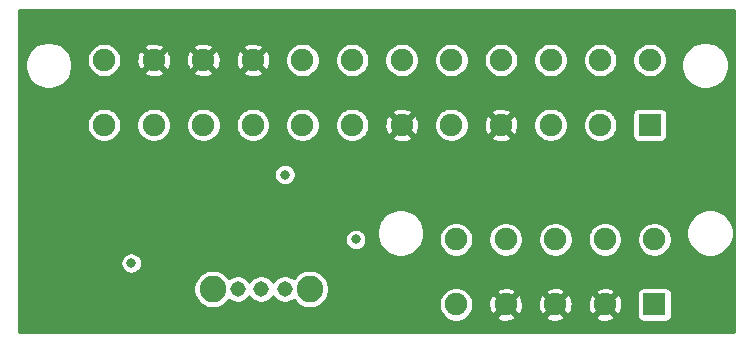
<source format=gbr>
%TF.GenerationSoftware,KiCad,Pcbnew,5.1.9+dfsg1-1~bpo10+1*%
%TF.CreationDate,2023-02-12T08:43:59+01:00*%
%TF.ProjectId,IIci_ATX,49496369-5f41-4545-982e-6b696361645f,rev?*%
%TF.SameCoordinates,Original*%
%TF.FileFunction,Copper,L2,Inr*%
%TF.FilePolarity,Positive*%
%FSLAX46Y46*%
G04 Gerber Fmt 4.6, Leading zero omitted, Abs format (unit mm)*
G04 Created by KiCad (PCBNEW 5.1.9+dfsg1-1~bpo10+1) date 2023-02-12 08:43:59*
%MOMM*%
%LPD*%
G01*
G04 APERTURE LIST*
%TA.AperFunction,ComponentPad*%
%ADD10C,1.900000*%
%TD*%
%TA.AperFunction,ComponentPad*%
%ADD11R,1.900000X1.900000*%
%TD*%
%TA.AperFunction,ComponentPad*%
%ADD12C,1.308000*%
%TD*%
%TA.AperFunction,ComponentPad*%
%ADD13C,2.250000*%
%TD*%
%TA.AperFunction,ViaPad*%
%ADD14C,0.800000*%
%TD*%
%TA.AperFunction,Conductor*%
%ADD15C,0.254000*%
%TD*%
%TA.AperFunction,Conductor*%
%ADD16C,0.100000*%
%TD*%
G04 APERTURE END LIST*
D10*
%TO.N,GND*%
%TO.C,J1*%
X97700000Y-114800000D03*
%TO.N,+5V*%
X101900000Y-114800000D03*
X106100000Y-114800000D03*
X110300000Y-114800000D03*
%TO.N,Net-(J1-Pad20)*%
X114500000Y-114800000D03*
%TO.N,GND*%
X118700000Y-114800000D03*
X122900000Y-114800000D03*
X127100000Y-114800000D03*
%TO.N,~PS-ON*%
X131300000Y-114800000D03*
%TO.N,GND*%
X135500000Y-114800000D03*
%TO.N,-12V*%
X139700000Y-114800000D03*
%TO.N,Net-(J1-Pad13)*%
X143900000Y-114800000D03*
%TO.N,Net-(J1-Pad12)*%
X97700000Y-120300000D03*
%TO.N,+12V*%
X101900000Y-120300000D03*
X106100000Y-120300000D03*
%TO.N,+5VD*%
X110300000Y-120300000D03*
%TO.N,PGOOD*%
X114500000Y-120300000D03*
%TO.N,GND*%
X118700000Y-120300000D03*
%TO.N,+5V*%
X122900000Y-120300000D03*
%TO.N,GND*%
X127100000Y-120300000D03*
%TO.N,+5V*%
X131300000Y-120300000D03*
%TO.N,GND*%
X135500000Y-120300000D03*
%TO.N,Net-(J1-Pad2)*%
X139700000Y-120300000D03*
D11*
%TO.N,Net-(J1-Pad1)*%
X143900000Y-120300000D03*
%TD*%
D12*
%TO.N,GND*%
%TO.C,U1*%
X109000000Y-134200000D03*
%TO.N,~MAC-ON*%
X113000000Y-134200000D03*
%TO.N,~PS-ON*%
X111000000Y-134200000D03*
D13*
%TO.N,GND*%
X115100000Y-134200000D03*
X106900000Y-134200000D03*
%TD*%
D10*
%TO.N,+5VD*%
%TO.C,J2*%
X127500000Y-130000000D03*
%TO.N,MAC-ON*%
X131700000Y-130000000D03*
%TO.N,-12V*%
X135900000Y-130000000D03*
%TO.N,GND*%
X127500000Y-135500000D03*
%TO.N,+5V*%
X131700000Y-135500000D03*
X135900000Y-135500000D03*
%TO.N,GND*%
X140100000Y-130000000D03*
X144300000Y-130000000D03*
%TO.N,+5V*%
X140100000Y-135500000D03*
D11*
%TO.N,+12V*%
X144300000Y-135500000D03*
%TD*%
D14*
%TO.N,GND*%
X100000000Y-132000000D03*
X119000000Y-130000000D03*
X113000000Y-124500000D03*
%TD*%
D15*
%TO.N,+5V*%
X151064001Y-137864000D02*
X90536000Y-137864000D01*
X90536000Y-134038868D01*
X105264000Y-134038868D01*
X105264000Y-134361132D01*
X105326870Y-134677204D01*
X105450196Y-134974937D01*
X105629236Y-135242889D01*
X105857111Y-135470764D01*
X106125063Y-135649804D01*
X106422796Y-135773130D01*
X106738868Y-135836000D01*
X107061132Y-135836000D01*
X107377204Y-135773130D01*
X107674937Y-135649804D01*
X107942889Y-135470764D01*
X108170764Y-135242889D01*
X108261227Y-135107502D01*
X108448166Y-135232410D01*
X108660182Y-135320230D01*
X108885258Y-135365000D01*
X109114742Y-135365000D01*
X109339818Y-135320230D01*
X109551834Y-135232410D01*
X109742644Y-135104915D01*
X109904915Y-134942644D01*
X110000000Y-134800339D01*
X110095085Y-134942644D01*
X110257356Y-135104915D01*
X110448166Y-135232410D01*
X110660182Y-135320230D01*
X110885258Y-135365000D01*
X111114742Y-135365000D01*
X111339818Y-135320230D01*
X111551834Y-135232410D01*
X111742644Y-135104915D01*
X111904915Y-134942644D01*
X112000000Y-134800339D01*
X112095085Y-134942644D01*
X112257356Y-135104915D01*
X112448166Y-135232410D01*
X112660182Y-135320230D01*
X112885258Y-135365000D01*
X113114742Y-135365000D01*
X113339818Y-135320230D01*
X113551834Y-135232410D01*
X113738773Y-135107502D01*
X113829236Y-135242889D01*
X114057111Y-135470764D01*
X114325063Y-135649804D01*
X114622796Y-135773130D01*
X114938868Y-135836000D01*
X115261132Y-135836000D01*
X115577204Y-135773130D01*
X115874937Y-135649804D01*
X116142889Y-135470764D01*
X116257549Y-135356104D01*
X126039000Y-135356104D01*
X126039000Y-135643896D01*
X126095146Y-135926158D01*
X126205279Y-136192043D01*
X126365167Y-136431333D01*
X126568667Y-136634833D01*
X126807957Y-136794721D01*
X127073842Y-136904854D01*
X127356104Y-136961000D01*
X127643896Y-136961000D01*
X127926158Y-136904854D01*
X128192043Y-136794721D01*
X128431333Y-136634833D01*
X128532879Y-136533287D01*
X130846318Y-136533287D01*
X130943071Y-136757889D01*
X131203017Y-136881388D01*
X131482062Y-136951801D01*
X131769482Y-136966423D01*
X132054232Y-136924690D01*
X132325369Y-136828207D01*
X132456929Y-136757889D01*
X132553682Y-136533287D01*
X135046318Y-136533287D01*
X135143071Y-136757889D01*
X135403017Y-136881388D01*
X135682062Y-136951801D01*
X135969482Y-136966423D01*
X136254232Y-136924690D01*
X136525369Y-136828207D01*
X136656929Y-136757889D01*
X136753682Y-136533287D01*
X139246318Y-136533287D01*
X139343071Y-136757889D01*
X139603017Y-136881388D01*
X139882062Y-136951801D01*
X140169482Y-136966423D01*
X140454232Y-136924690D01*
X140725369Y-136828207D01*
X140856929Y-136757889D01*
X140953682Y-136533287D01*
X140100000Y-135679605D01*
X139246318Y-136533287D01*
X136753682Y-136533287D01*
X135900000Y-135679605D01*
X135046318Y-136533287D01*
X132553682Y-136533287D01*
X131700000Y-135679605D01*
X130846318Y-136533287D01*
X128532879Y-136533287D01*
X128634833Y-136431333D01*
X128794721Y-136192043D01*
X128904854Y-135926158D01*
X128961000Y-135643896D01*
X128961000Y-135569482D01*
X130233577Y-135569482D01*
X130275310Y-135854232D01*
X130371793Y-136125369D01*
X130442111Y-136256929D01*
X130666713Y-136353682D01*
X131520395Y-135500000D01*
X131879605Y-135500000D01*
X132733287Y-136353682D01*
X132957889Y-136256929D01*
X133081388Y-135996983D01*
X133151801Y-135717938D01*
X133159353Y-135569482D01*
X134433577Y-135569482D01*
X134475310Y-135854232D01*
X134571793Y-136125369D01*
X134642111Y-136256929D01*
X134866713Y-136353682D01*
X135720395Y-135500000D01*
X136079605Y-135500000D01*
X136933287Y-136353682D01*
X137157889Y-136256929D01*
X137281388Y-135996983D01*
X137351801Y-135717938D01*
X137359353Y-135569482D01*
X138633577Y-135569482D01*
X138675310Y-135854232D01*
X138771793Y-136125369D01*
X138842111Y-136256929D01*
X139066713Y-136353682D01*
X139920395Y-135500000D01*
X140279605Y-135500000D01*
X141133287Y-136353682D01*
X141357889Y-136256929D01*
X141481388Y-135996983D01*
X141551801Y-135717938D01*
X141566423Y-135430518D01*
X141524690Y-135145768D01*
X141428207Y-134874631D01*
X141357889Y-134743071D01*
X141133287Y-134646318D01*
X140279605Y-135500000D01*
X139920395Y-135500000D01*
X139066713Y-134646318D01*
X138842111Y-134743071D01*
X138718612Y-135003017D01*
X138648199Y-135282062D01*
X138633577Y-135569482D01*
X137359353Y-135569482D01*
X137366423Y-135430518D01*
X137324690Y-135145768D01*
X137228207Y-134874631D01*
X137157889Y-134743071D01*
X136933287Y-134646318D01*
X136079605Y-135500000D01*
X135720395Y-135500000D01*
X134866713Y-134646318D01*
X134642111Y-134743071D01*
X134518612Y-135003017D01*
X134448199Y-135282062D01*
X134433577Y-135569482D01*
X133159353Y-135569482D01*
X133166423Y-135430518D01*
X133124690Y-135145768D01*
X133028207Y-134874631D01*
X132957889Y-134743071D01*
X132733287Y-134646318D01*
X131879605Y-135500000D01*
X131520395Y-135500000D01*
X130666713Y-134646318D01*
X130442111Y-134743071D01*
X130318612Y-135003017D01*
X130248199Y-135282062D01*
X130233577Y-135569482D01*
X128961000Y-135569482D01*
X128961000Y-135356104D01*
X128904854Y-135073842D01*
X128794721Y-134807957D01*
X128634833Y-134568667D01*
X128532879Y-134466713D01*
X130846318Y-134466713D01*
X131700000Y-135320395D01*
X132553682Y-134466713D01*
X135046318Y-134466713D01*
X135900000Y-135320395D01*
X136753682Y-134466713D01*
X139246318Y-134466713D01*
X140100000Y-135320395D01*
X140870395Y-134550000D01*
X142836528Y-134550000D01*
X142836528Y-136450000D01*
X142846394Y-136550173D01*
X142875614Y-136646497D01*
X142923064Y-136735270D01*
X142986920Y-136813080D01*
X143064730Y-136876936D01*
X143153503Y-136924386D01*
X143249827Y-136953606D01*
X143350000Y-136963472D01*
X145250000Y-136963472D01*
X145350173Y-136953606D01*
X145446497Y-136924386D01*
X145535270Y-136876936D01*
X145613080Y-136813080D01*
X145676936Y-136735270D01*
X145724386Y-136646497D01*
X145753606Y-136550173D01*
X145763472Y-136450000D01*
X145763472Y-134550000D01*
X145753606Y-134449827D01*
X145724386Y-134353503D01*
X145676936Y-134264730D01*
X145613080Y-134186920D01*
X145535270Y-134123064D01*
X145446497Y-134075614D01*
X145350173Y-134046394D01*
X145250000Y-134036528D01*
X143350000Y-134036528D01*
X143249827Y-134046394D01*
X143153503Y-134075614D01*
X143064730Y-134123064D01*
X142986920Y-134186920D01*
X142923064Y-134264730D01*
X142875614Y-134353503D01*
X142846394Y-134449827D01*
X142836528Y-134550000D01*
X140870395Y-134550000D01*
X140953682Y-134466713D01*
X140856929Y-134242111D01*
X140596983Y-134118612D01*
X140317938Y-134048199D01*
X140030518Y-134033577D01*
X139745768Y-134075310D01*
X139474631Y-134171793D01*
X139343071Y-134242111D01*
X139246318Y-134466713D01*
X136753682Y-134466713D01*
X136656929Y-134242111D01*
X136396983Y-134118612D01*
X136117938Y-134048199D01*
X135830518Y-134033577D01*
X135545768Y-134075310D01*
X135274631Y-134171793D01*
X135143071Y-134242111D01*
X135046318Y-134466713D01*
X132553682Y-134466713D01*
X132456929Y-134242111D01*
X132196983Y-134118612D01*
X131917938Y-134048199D01*
X131630518Y-134033577D01*
X131345768Y-134075310D01*
X131074631Y-134171793D01*
X130943071Y-134242111D01*
X130846318Y-134466713D01*
X128532879Y-134466713D01*
X128431333Y-134365167D01*
X128192043Y-134205279D01*
X127926158Y-134095146D01*
X127643896Y-134039000D01*
X127356104Y-134039000D01*
X127073842Y-134095146D01*
X126807957Y-134205279D01*
X126568667Y-134365167D01*
X126365167Y-134568667D01*
X126205279Y-134807957D01*
X126095146Y-135073842D01*
X126039000Y-135356104D01*
X116257549Y-135356104D01*
X116370764Y-135242889D01*
X116549804Y-134974937D01*
X116673130Y-134677204D01*
X116736000Y-134361132D01*
X116736000Y-134038868D01*
X116673130Y-133722796D01*
X116549804Y-133425063D01*
X116370764Y-133157111D01*
X116142889Y-132929236D01*
X115874937Y-132750196D01*
X115577204Y-132626870D01*
X115261132Y-132564000D01*
X114938868Y-132564000D01*
X114622796Y-132626870D01*
X114325063Y-132750196D01*
X114057111Y-132929236D01*
X113829236Y-133157111D01*
X113738773Y-133292498D01*
X113551834Y-133167590D01*
X113339818Y-133079770D01*
X113114742Y-133035000D01*
X112885258Y-133035000D01*
X112660182Y-133079770D01*
X112448166Y-133167590D01*
X112257356Y-133295085D01*
X112095085Y-133457356D01*
X112000000Y-133599661D01*
X111904915Y-133457356D01*
X111742644Y-133295085D01*
X111551834Y-133167590D01*
X111339818Y-133079770D01*
X111114742Y-133035000D01*
X110885258Y-133035000D01*
X110660182Y-133079770D01*
X110448166Y-133167590D01*
X110257356Y-133295085D01*
X110095085Y-133457356D01*
X110000000Y-133599661D01*
X109904915Y-133457356D01*
X109742644Y-133295085D01*
X109551834Y-133167590D01*
X109339818Y-133079770D01*
X109114742Y-133035000D01*
X108885258Y-133035000D01*
X108660182Y-133079770D01*
X108448166Y-133167590D01*
X108261227Y-133292498D01*
X108170764Y-133157111D01*
X107942889Y-132929236D01*
X107674937Y-132750196D01*
X107377204Y-132626870D01*
X107061132Y-132564000D01*
X106738868Y-132564000D01*
X106422796Y-132626870D01*
X106125063Y-132750196D01*
X105857111Y-132929236D01*
X105629236Y-133157111D01*
X105450196Y-133425063D01*
X105326870Y-133722796D01*
X105264000Y-134038868D01*
X90536000Y-134038868D01*
X90536000Y-131910274D01*
X99089000Y-131910274D01*
X99089000Y-132089726D01*
X99124009Y-132265729D01*
X99192682Y-132431520D01*
X99292380Y-132580729D01*
X99419271Y-132707620D01*
X99568480Y-132807318D01*
X99734271Y-132875991D01*
X99910274Y-132911000D01*
X100089726Y-132911000D01*
X100265729Y-132875991D01*
X100431520Y-132807318D01*
X100580729Y-132707620D01*
X100707620Y-132580729D01*
X100807318Y-132431520D01*
X100875991Y-132265729D01*
X100911000Y-132089726D01*
X100911000Y-131910274D01*
X100875991Y-131734271D01*
X100807318Y-131568480D01*
X100707620Y-131419271D01*
X100580729Y-131292380D01*
X100431520Y-131192682D01*
X100265729Y-131124009D01*
X100089726Y-131089000D01*
X99910274Y-131089000D01*
X99734271Y-131124009D01*
X99568480Y-131192682D01*
X99419271Y-131292380D01*
X99292380Y-131419271D01*
X99192682Y-131568480D01*
X99124009Y-131734271D01*
X99089000Y-131910274D01*
X90536000Y-131910274D01*
X90536000Y-129910274D01*
X118089000Y-129910274D01*
X118089000Y-130089726D01*
X118124009Y-130265729D01*
X118192682Y-130431520D01*
X118292380Y-130580729D01*
X118419271Y-130707620D01*
X118568480Y-130807318D01*
X118734271Y-130875991D01*
X118910274Y-130911000D01*
X119089726Y-130911000D01*
X119265729Y-130875991D01*
X119431520Y-130807318D01*
X119580729Y-130707620D01*
X119707620Y-130580729D01*
X119807318Y-130431520D01*
X119875991Y-130265729D01*
X119911000Y-130089726D01*
X119911000Y-129910274D01*
X119875991Y-129734271D01*
X119807318Y-129568480D01*
X119707620Y-129419271D01*
X119580729Y-129292380D01*
X119505232Y-129241934D01*
X120789000Y-129241934D01*
X120789000Y-129638066D01*
X120866282Y-130026587D01*
X121017875Y-130392566D01*
X121237955Y-130721938D01*
X121518062Y-131002045D01*
X121847434Y-131222125D01*
X122213413Y-131373718D01*
X122601934Y-131451000D01*
X122998066Y-131451000D01*
X123386587Y-131373718D01*
X123752566Y-131222125D01*
X124081938Y-131002045D01*
X124362045Y-130721938D01*
X124582125Y-130392566D01*
X124733718Y-130026587D01*
X124767629Y-129856104D01*
X126039000Y-129856104D01*
X126039000Y-130143896D01*
X126095146Y-130426158D01*
X126205279Y-130692043D01*
X126365167Y-130931333D01*
X126568667Y-131134833D01*
X126807957Y-131294721D01*
X127073842Y-131404854D01*
X127356104Y-131461000D01*
X127643896Y-131461000D01*
X127926158Y-131404854D01*
X128192043Y-131294721D01*
X128431333Y-131134833D01*
X128634833Y-130931333D01*
X128794721Y-130692043D01*
X128904854Y-130426158D01*
X128961000Y-130143896D01*
X128961000Y-129856104D01*
X130239000Y-129856104D01*
X130239000Y-130143896D01*
X130295146Y-130426158D01*
X130405279Y-130692043D01*
X130565167Y-130931333D01*
X130768667Y-131134833D01*
X131007957Y-131294721D01*
X131273842Y-131404854D01*
X131556104Y-131461000D01*
X131843896Y-131461000D01*
X132126158Y-131404854D01*
X132392043Y-131294721D01*
X132631333Y-131134833D01*
X132834833Y-130931333D01*
X132994721Y-130692043D01*
X133104854Y-130426158D01*
X133161000Y-130143896D01*
X133161000Y-129856104D01*
X134439000Y-129856104D01*
X134439000Y-130143896D01*
X134495146Y-130426158D01*
X134605279Y-130692043D01*
X134765167Y-130931333D01*
X134968667Y-131134833D01*
X135207957Y-131294721D01*
X135473842Y-131404854D01*
X135756104Y-131461000D01*
X136043896Y-131461000D01*
X136326158Y-131404854D01*
X136592043Y-131294721D01*
X136831333Y-131134833D01*
X137034833Y-130931333D01*
X137194721Y-130692043D01*
X137304854Y-130426158D01*
X137361000Y-130143896D01*
X137361000Y-129856104D01*
X138639000Y-129856104D01*
X138639000Y-130143896D01*
X138695146Y-130426158D01*
X138805279Y-130692043D01*
X138965167Y-130931333D01*
X139168667Y-131134833D01*
X139407957Y-131294721D01*
X139673842Y-131404854D01*
X139956104Y-131461000D01*
X140243896Y-131461000D01*
X140526158Y-131404854D01*
X140792043Y-131294721D01*
X141031333Y-131134833D01*
X141234833Y-130931333D01*
X141394721Y-130692043D01*
X141504854Y-130426158D01*
X141561000Y-130143896D01*
X141561000Y-129856104D01*
X142839000Y-129856104D01*
X142839000Y-130143896D01*
X142895146Y-130426158D01*
X143005279Y-130692043D01*
X143165167Y-130931333D01*
X143368667Y-131134833D01*
X143607957Y-131294721D01*
X143873842Y-131404854D01*
X144156104Y-131461000D01*
X144443896Y-131461000D01*
X144726158Y-131404854D01*
X144992043Y-131294721D01*
X145231333Y-131134833D01*
X145434833Y-130931333D01*
X145594721Y-130692043D01*
X145704854Y-130426158D01*
X145761000Y-130143896D01*
X145761000Y-129856104D01*
X145704854Y-129573842D01*
X145594721Y-129307957D01*
X145550606Y-129241934D01*
X146989000Y-129241934D01*
X146989000Y-129638066D01*
X147066282Y-130026587D01*
X147217875Y-130392566D01*
X147437955Y-130721938D01*
X147718062Y-131002045D01*
X148047434Y-131222125D01*
X148413413Y-131373718D01*
X148801934Y-131451000D01*
X149198066Y-131451000D01*
X149586587Y-131373718D01*
X149952566Y-131222125D01*
X150281938Y-131002045D01*
X150562045Y-130721938D01*
X150782125Y-130392566D01*
X150933718Y-130026587D01*
X151011000Y-129638066D01*
X151011000Y-129241934D01*
X150933718Y-128853413D01*
X150782125Y-128487434D01*
X150562045Y-128158062D01*
X150281938Y-127877955D01*
X149952566Y-127657875D01*
X149586587Y-127506282D01*
X149198066Y-127429000D01*
X148801934Y-127429000D01*
X148413413Y-127506282D01*
X148047434Y-127657875D01*
X147718062Y-127877955D01*
X147437955Y-128158062D01*
X147217875Y-128487434D01*
X147066282Y-128853413D01*
X146989000Y-129241934D01*
X145550606Y-129241934D01*
X145434833Y-129068667D01*
X145231333Y-128865167D01*
X144992043Y-128705279D01*
X144726158Y-128595146D01*
X144443896Y-128539000D01*
X144156104Y-128539000D01*
X143873842Y-128595146D01*
X143607957Y-128705279D01*
X143368667Y-128865167D01*
X143165167Y-129068667D01*
X143005279Y-129307957D01*
X142895146Y-129573842D01*
X142839000Y-129856104D01*
X141561000Y-129856104D01*
X141504854Y-129573842D01*
X141394721Y-129307957D01*
X141234833Y-129068667D01*
X141031333Y-128865167D01*
X140792043Y-128705279D01*
X140526158Y-128595146D01*
X140243896Y-128539000D01*
X139956104Y-128539000D01*
X139673842Y-128595146D01*
X139407957Y-128705279D01*
X139168667Y-128865167D01*
X138965167Y-129068667D01*
X138805279Y-129307957D01*
X138695146Y-129573842D01*
X138639000Y-129856104D01*
X137361000Y-129856104D01*
X137304854Y-129573842D01*
X137194721Y-129307957D01*
X137034833Y-129068667D01*
X136831333Y-128865167D01*
X136592043Y-128705279D01*
X136326158Y-128595146D01*
X136043896Y-128539000D01*
X135756104Y-128539000D01*
X135473842Y-128595146D01*
X135207957Y-128705279D01*
X134968667Y-128865167D01*
X134765167Y-129068667D01*
X134605279Y-129307957D01*
X134495146Y-129573842D01*
X134439000Y-129856104D01*
X133161000Y-129856104D01*
X133104854Y-129573842D01*
X132994721Y-129307957D01*
X132834833Y-129068667D01*
X132631333Y-128865167D01*
X132392043Y-128705279D01*
X132126158Y-128595146D01*
X131843896Y-128539000D01*
X131556104Y-128539000D01*
X131273842Y-128595146D01*
X131007957Y-128705279D01*
X130768667Y-128865167D01*
X130565167Y-129068667D01*
X130405279Y-129307957D01*
X130295146Y-129573842D01*
X130239000Y-129856104D01*
X128961000Y-129856104D01*
X128904854Y-129573842D01*
X128794721Y-129307957D01*
X128634833Y-129068667D01*
X128431333Y-128865167D01*
X128192043Y-128705279D01*
X127926158Y-128595146D01*
X127643896Y-128539000D01*
X127356104Y-128539000D01*
X127073842Y-128595146D01*
X126807957Y-128705279D01*
X126568667Y-128865167D01*
X126365167Y-129068667D01*
X126205279Y-129307957D01*
X126095146Y-129573842D01*
X126039000Y-129856104D01*
X124767629Y-129856104D01*
X124811000Y-129638066D01*
X124811000Y-129241934D01*
X124733718Y-128853413D01*
X124582125Y-128487434D01*
X124362045Y-128158062D01*
X124081938Y-127877955D01*
X123752566Y-127657875D01*
X123386587Y-127506282D01*
X122998066Y-127429000D01*
X122601934Y-127429000D01*
X122213413Y-127506282D01*
X121847434Y-127657875D01*
X121518062Y-127877955D01*
X121237955Y-128158062D01*
X121017875Y-128487434D01*
X120866282Y-128853413D01*
X120789000Y-129241934D01*
X119505232Y-129241934D01*
X119431520Y-129192682D01*
X119265729Y-129124009D01*
X119089726Y-129089000D01*
X118910274Y-129089000D01*
X118734271Y-129124009D01*
X118568480Y-129192682D01*
X118419271Y-129292380D01*
X118292380Y-129419271D01*
X118192682Y-129568480D01*
X118124009Y-129734271D01*
X118089000Y-129910274D01*
X90536000Y-129910274D01*
X90536000Y-124410274D01*
X112089000Y-124410274D01*
X112089000Y-124589726D01*
X112124009Y-124765729D01*
X112192682Y-124931520D01*
X112292380Y-125080729D01*
X112419271Y-125207620D01*
X112568480Y-125307318D01*
X112734271Y-125375991D01*
X112910274Y-125411000D01*
X113089726Y-125411000D01*
X113265729Y-125375991D01*
X113431520Y-125307318D01*
X113580729Y-125207620D01*
X113707620Y-125080729D01*
X113807318Y-124931520D01*
X113875991Y-124765729D01*
X113911000Y-124589726D01*
X113911000Y-124410274D01*
X113875991Y-124234271D01*
X113807318Y-124068480D01*
X113707620Y-123919271D01*
X113580729Y-123792380D01*
X113431520Y-123692682D01*
X113265729Y-123624009D01*
X113089726Y-123589000D01*
X112910274Y-123589000D01*
X112734271Y-123624009D01*
X112568480Y-123692682D01*
X112419271Y-123792380D01*
X112292380Y-123919271D01*
X112192682Y-124068480D01*
X112124009Y-124234271D01*
X112089000Y-124410274D01*
X90536000Y-124410274D01*
X90536000Y-120156104D01*
X96239000Y-120156104D01*
X96239000Y-120443896D01*
X96295146Y-120726158D01*
X96405279Y-120992043D01*
X96565167Y-121231333D01*
X96768667Y-121434833D01*
X97007957Y-121594721D01*
X97273842Y-121704854D01*
X97556104Y-121761000D01*
X97843896Y-121761000D01*
X98126158Y-121704854D01*
X98392043Y-121594721D01*
X98631333Y-121434833D01*
X98834833Y-121231333D01*
X98994721Y-120992043D01*
X99104854Y-120726158D01*
X99161000Y-120443896D01*
X99161000Y-120156104D01*
X100439000Y-120156104D01*
X100439000Y-120443896D01*
X100495146Y-120726158D01*
X100605279Y-120992043D01*
X100765167Y-121231333D01*
X100968667Y-121434833D01*
X101207957Y-121594721D01*
X101473842Y-121704854D01*
X101756104Y-121761000D01*
X102043896Y-121761000D01*
X102326158Y-121704854D01*
X102592043Y-121594721D01*
X102831333Y-121434833D01*
X103034833Y-121231333D01*
X103194721Y-120992043D01*
X103304854Y-120726158D01*
X103361000Y-120443896D01*
X103361000Y-120156104D01*
X104639000Y-120156104D01*
X104639000Y-120443896D01*
X104695146Y-120726158D01*
X104805279Y-120992043D01*
X104965167Y-121231333D01*
X105168667Y-121434833D01*
X105407957Y-121594721D01*
X105673842Y-121704854D01*
X105956104Y-121761000D01*
X106243896Y-121761000D01*
X106526158Y-121704854D01*
X106792043Y-121594721D01*
X107031333Y-121434833D01*
X107234833Y-121231333D01*
X107394721Y-120992043D01*
X107504854Y-120726158D01*
X107561000Y-120443896D01*
X107561000Y-120156104D01*
X108839000Y-120156104D01*
X108839000Y-120443896D01*
X108895146Y-120726158D01*
X109005279Y-120992043D01*
X109165167Y-121231333D01*
X109368667Y-121434833D01*
X109607957Y-121594721D01*
X109873842Y-121704854D01*
X110156104Y-121761000D01*
X110443896Y-121761000D01*
X110726158Y-121704854D01*
X110992043Y-121594721D01*
X111231333Y-121434833D01*
X111434833Y-121231333D01*
X111594721Y-120992043D01*
X111704854Y-120726158D01*
X111761000Y-120443896D01*
X111761000Y-120156104D01*
X113039000Y-120156104D01*
X113039000Y-120443896D01*
X113095146Y-120726158D01*
X113205279Y-120992043D01*
X113365167Y-121231333D01*
X113568667Y-121434833D01*
X113807957Y-121594721D01*
X114073842Y-121704854D01*
X114356104Y-121761000D01*
X114643896Y-121761000D01*
X114926158Y-121704854D01*
X115192043Y-121594721D01*
X115431333Y-121434833D01*
X115634833Y-121231333D01*
X115794721Y-120992043D01*
X115904854Y-120726158D01*
X115961000Y-120443896D01*
X115961000Y-120156104D01*
X117239000Y-120156104D01*
X117239000Y-120443896D01*
X117295146Y-120726158D01*
X117405279Y-120992043D01*
X117565167Y-121231333D01*
X117768667Y-121434833D01*
X118007957Y-121594721D01*
X118273842Y-121704854D01*
X118556104Y-121761000D01*
X118843896Y-121761000D01*
X119126158Y-121704854D01*
X119392043Y-121594721D01*
X119631333Y-121434833D01*
X119732879Y-121333287D01*
X122046318Y-121333287D01*
X122143071Y-121557889D01*
X122403017Y-121681388D01*
X122682062Y-121751801D01*
X122969482Y-121766423D01*
X123254232Y-121724690D01*
X123525369Y-121628207D01*
X123656929Y-121557889D01*
X123753682Y-121333287D01*
X122900000Y-120479605D01*
X122046318Y-121333287D01*
X119732879Y-121333287D01*
X119834833Y-121231333D01*
X119994721Y-120992043D01*
X120104854Y-120726158D01*
X120161000Y-120443896D01*
X120161000Y-120369482D01*
X121433577Y-120369482D01*
X121475310Y-120654232D01*
X121571793Y-120925369D01*
X121642111Y-121056929D01*
X121866713Y-121153682D01*
X122720395Y-120300000D01*
X123079605Y-120300000D01*
X123933287Y-121153682D01*
X124157889Y-121056929D01*
X124281388Y-120796983D01*
X124351801Y-120517938D01*
X124366423Y-120230518D01*
X124355517Y-120156104D01*
X125639000Y-120156104D01*
X125639000Y-120443896D01*
X125695146Y-120726158D01*
X125805279Y-120992043D01*
X125965167Y-121231333D01*
X126168667Y-121434833D01*
X126407957Y-121594721D01*
X126673842Y-121704854D01*
X126956104Y-121761000D01*
X127243896Y-121761000D01*
X127526158Y-121704854D01*
X127792043Y-121594721D01*
X128031333Y-121434833D01*
X128132879Y-121333287D01*
X130446318Y-121333287D01*
X130543071Y-121557889D01*
X130803017Y-121681388D01*
X131082062Y-121751801D01*
X131369482Y-121766423D01*
X131654232Y-121724690D01*
X131925369Y-121628207D01*
X132056929Y-121557889D01*
X132153682Y-121333287D01*
X131300000Y-120479605D01*
X130446318Y-121333287D01*
X128132879Y-121333287D01*
X128234833Y-121231333D01*
X128394721Y-120992043D01*
X128504854Y-120726158D01*
X128561000Y-120443896D01*
X128561000Y-120369482D01*
X129833577Y-120369482D01*
X129875310Y-120654232D01*
X129971793Y-120925369D01*
X130042111Y-121056929D01*
X130266713Y-121153682D01*
X131120395Y-120300000D01*
X131479605Y-120300000D01*
X132333287Y-121153682D01*
X132557889Y-121056929D01*
X132681388Y-120796983D01*
X132751801Y-120517938D01*
X132766423Y-120230518D01*
X132755517Y-120156104D01*
X134039000Y-120156104D01*
X134039000Y-120443896D01*
X134095146Y-120726158D01*
X134205279Y-120992043D01*
X134365167Y-121231333D01*
X134568667Y-121434833D01*
X134807957Y-121594721D01*
X135073842Y-121704854D01*
X135356104Y-121761000D01*
X135643896Y-121761000D01*
X135926158Y-121704854D01*
X136192043Y-121594721D01*
X136431333Y-121434833D01*
X136634833Y-121231333D01*
X136794721Y-120992043D01*
X136904854Y-120726158D01*
X136961000Y-120443896D01*
X136961000Y-120156104D01*
X138239000Y-120156104D01*
X138239000Y-120443896D01*
X138295146Y-120726158D01*
X138405279Y-120992043D01*
X138565167Y-121231333D01*
X138768667Y-121434833D01*
X139007957Y-121594721D01*
X139273842Y-121704854D01*
X139556104Y-121761000D01*
X139843896Y-121761000D01*
X140126158Y-121704854D01*
X140392043Y-121594721D01*
X140631333Y-121434833D01*
X140834833Y-121231333D01*
X140994721Y-120992043D01*
X141104854Y-120726158D01*
X141161000Y-120443896D01*
X141161000Y-120156104D01*
X141104854Y-119873842D01*
X140994721Y-119607957D01*
X140834833Y-119368667D01*
X140816166Y-119350000D01*
X142436528Y-119350000D01*
X142436528Y-121250000D01*
X142446394Y-121350173D01*
X142475614Y-121446497D01*
X142523064Y-121535270D01*
X142586920Y-121613080D01*
X142664730Y-121676936D01*
X142753503Y-121724386D01*
X142849827Y-121753606D01*
X142950000Y-121763472D01*
X144850000Y-121763472D01*
X144950173Y-121753606D01*
X145046497Y-121724386D01*
X145135270Y-121676936D01*
X145213080Y-121613080D01*
X145276936Y-121535270D01*
X145324386Y-121446497D01*
X145353606Y-121350173D01*
X145363472Y-121250000D01*
X145363472Y-119350000D01*
X145353606Y-119249827D01*
X145324386Y-119153503D01*
X145276936Y-119064730D01*
X145213080Y-118986920D01*
X145135270Y-118923064D01*
X145046497Y-118875614D01*
X144950173Y-118846394D01*
X144850000Y-118836528D01*
X142950000Y-118836528D01*
X142849827Y-118846394D01*
X142753503Y-118875614D01*
X142664730Y-118923064D01*
X142586920Y-118986920D01*
X142523064Y-119064730D01*
X142475614Y-119153503D01*
X142446394Y-119249827D01*
X142436528Y-119350000D01*
X140816166Y-119350000D01*
X140631333Y-119165167D01*
X140392043Y-119005279D01*
X140126158Y-118895146D01*
X139843896Y-118839000D01*
X139556104Y-118839000D01*
X139273842Y-118895146D01*
X139007957Y-119005279D01*
X138768667Y-119165167D01*
X138565167Y-119368667D01*
X138405279Y-119607957D01*
X138295146Y-119873842D01*
X138239000Y-120156104D01*
X136961000Y-120156104D01*
X136904854Y-119873842D01*
X136794721Y-119607957D01*
X136634833Y-119368667D01*
X136431333Y-119165167D01*
X136192043Y-119005279D01*
X135926158Y-118895146D01*
X135643896Y-118839000D01*
X135356104Y-118839000D01*
X135073842Y-118895146D01*
X134807957Y-119005279D01*
X134568667Y-119165167D01*
X134365167Y-119368667D01*
X134205279Y-119607957D01*
X134095146Y-119873842D01*
X134039000Y-120156104D01*
X132755517Y-120156104D01*
X132724690Y-119945768D01*
X132628207Y-119674631D01*
X132557889Y-119543071D01*
X132333287Y-119446318D01*
X131479605Y-120300000D01*
X131120395Y-120300000D01*
X130266713Y-119446318D01*
X130042111Y-119543071D01*
X129918612Y-119803017D01*
X129848199Y-120082062D01*
X129833577Y-120369482D01*
X128561000Y-120369482D01*
X128561000Y-120156104D01*
X128504854Y-119873842D01*
X128394721Y-119607957D01*
X128234833Y-119368667D01*
X128132879Y-119266713D01*
X130446318Y-119266713D01*
X131300000Y-120120395D01*
X132153682Y-119266713D01*
X132056929Y-119042111D01*
X131796983Y-118918612D01*
X131517938Y-118848199D01*
X131230518Y-118833577D01*
X130945768Y-118875310D01*
X130674631Y-118971793D01*
X130543071Y-119042111D01*
X130446318Y-119266713D01*
X128132879Y-119266713D01*
X128031333Y-119165167D01*
X127792043Y-119005279D01*
X127526158Y-118895146D01*
X127243896Y-118839000D01*
X126956104Y-118839000D01*
X126673842Y-118895146D01*
X126407957Y-119005279D01*
X126168667Y-119165167D01*
X125965167Y-119368667D01*
X125805279Y-119607957D01*
X125695146Y-119873842D01*
X125639000Y-120156104D01*
X124355517Y-120156104D01*
X124324690Y-119945768D01*
X124228207Y-119674631D01*
X124157889Y-119543071D01*
X123933287Y-119446318D01*
X123079605Y-120300000D01*
X122720395Y-120300000D01*
X121866713Y-119446318D01*
X121642111Y-119543071D01*
X121518612Y-119803017D01*
X121448199Y-120082062D01*
X121433577Y-120369482D01*
X120161000Y-120369482D01*
X120161000Y-120156104D01*
X120104854Y-119873842D01*
X119994721Y-119607957D01*
X119834833Y-119368667D01*
X119732879Y-119266713D01*
X122046318Y-119266713D01*
X122900000Y-120120395D01*
X123753682Y-119266713D01*
X123656929Y-119042111D01*
X123396983Y-118918612D01*
X123117938Y-118848199D01*
X122830518Y-118833577D01*
X122545768Y-118875310D01*
X122274631Y-118971793D01*
X122143071Y-119042111D01*
X122046318Y-119266713D01*
X119732879Y-119266713D01*
X119631333Y-119165167D01*
X119392043Y-119005279D01*
X119126158Y-118895146D01*
X118843896Y-118839000D01*
X118556104Y-118839000D01*
X118273842Y-118895146D01*
X118007957Y-119005279D01*
X117768667Y-119165167D01*
X117565167Y-119368667D01*
X117405279Y-119607957D01*
X117295146Y-119873842D01*
X117239000Y-120156104D01*
X115961000Y-120156104D01*
X115904854Y-119873842D01*
X115794721Y-119607957D01*
X115634833Y-119368667D01*
X115431333Y-119165167D01*
X115192043Y-119005279D01*
X114926158Y-118895146D01*
X114643896Y-118839000D01*
X114356104Y-118839000D01*
X114073842Y-118895146D01*
X113807957Y-119005279D01*
X113568667Y-119165167D01*
X113365167Y-119368667D01*
X113205279Y-119607957D01*
X113095146Y-119873842D01*
X113039000Y-120156104D01*
X111761000Y-120156104D01*
X111704854Y-119873842D01*
X111594721Y-119607957D01*
X111434833Y-119368667D01*
X111231333Y-119165167D01*
X110992043Y-119005279D01*
X110726158Y-118895146D01*
X110443896Y-118839000D01*
X110156104Y-118839000D01*
X109873842Y-118895146D01*
X109607957Y-119005279D01*
X109368667Y-119165167D01*
X109165167Y-119368667D01*
X109005279Y-119607957D01*
X108895146Y-119873842D01*
X108839000Y-120156104D01*
X107561000Y-120156104D01*
X107504854Y-119873842D01*
X107394721Y-119607957D01*
X107234833Y-119368667D01*
X107031333Y-119165167D01*
X106792043Y-119005279D01*
X106526158Y-118895146D01*
X106243896Y-118839000D01*
X105956104Y-118839000D01*
X105673842Y-118895146D01*
X105407957Y-119005279D01*
X105168667Y-119165167D01*
X104965167Y-119368667D01*
X104805279Y-119607957D01*
X104695146Y-119873842D01*
X104639000Y-120156104D01*
X103361000Y-120156104D01*
X103304854Y-119873842D01*
X103194721Y-119607957D01*
X103034833Y-119368667D01*
X102831333Y-119165167D01*
X102592043Y-119005279D01*
X102326158Y-118895146D01*
X102043896Y-118839000D01*
X101756104Y-118839000D01*
X101473842Y-118895146D01*
X101207957Y-119005279D01*
X100968667Y-119165167D01*
X100765167Y-119368667D01*
X100605279Y-119607957D01*
X100495146Y-119873842D01*
X100439000Y-120156104D01*
X99161000Y-120156104D01*
X99104854Y-119873842D01*
X98994721Y-119607957D01*
X98834833Y-119368667D01*
X98631333Y-119165167D01*
X98392043Y-119005279D01*
X98126158Y-118895146D01*
X97843896Y-118839000D01*
X97556104Y-118839000D01*
X97273842Y-118895146D01*
X97007957Y-119005279D01*
X96768667Y-119165167D01*
X96565167Y-119368667D01*
X96405279Y-119607957D01*
X96295146Y-119873842D01*
X96239000Y-120156104D01*
X90536000Y-120156104D01*
X90536000Y-115061934D01*
X90989000Y-115061934D01*
X90989000Y-115458066D01*
X91066282Y-115846587D01*
X91217875Y-116212566D01*
X91437955Y-116541938D01*
X91718062Y-116822045D01*
X92047434Y-117042125D01*
X92413413Y-117193718D01*
X92801934Y-117271000D01*
X93198066Y-117271000D01*
X93586587Y-117193718D01*
X93952566Y-117042125D01*
X94281938Y-116822045D01*
X94562045Y-116541938D01*
X94782125Y-116212566D01*
X94933718Y-115846587D01*
X95011000Y-115458066D01*
X95011000Y-115061934D01*
X94933718Y-114673413D01*
X94926549Y-114656104D01*
X96239000Y-114656104D01*
X96239000Y-114943896D01*
X96295146Y-115226158D01*
X96405279Y-115492043D01*
X96565167Y-115731333D01*
X96768667Y-115934833D01*
X97007957Y-116094721D01*
X97273842Y-116204854D01*
X97556104Y-116261000D01*
X97843896Y-116261000D01*
X98126158Y-116204854D01*
X98392043Y-116094721D01*
X98631333Y-115934833D01*
X98732879Y-115833287D01*
X101046318Y-115833287D01*
X101143071Y-116057889D01*
X101403017Y-116181388D01*
X101682062Y-116251801D01*
X101969482Y-116266423D01*
X102254232Y-116224690D01*
X102525369Y-116128207D01*
X102656929Y-116057889D01*
X102753682Y-115833287D01*
X105246318Y-115833287D01*
X105343071Y-116057889D01*
X105603017Y-116181388D01*
X105882062Y-116251801D01*
X106169482Y-116266423D01*
X106454232Y-116224690D01*
X106725369Y-116128207D01*
X106856929Y-116057889D01*
X106953682Y-115833287D01*
X109446318Y-115833287D01*
X109543071Y-116057889D01*
X109803017Y-116181388D01*
X110082062Y-116251801D01*
X110369482Y-116266423D01*
X110654232Y-116224690D01*
X110925369Y-116128207D01*
X111056929Y-116057889D01*
X111153682Y-115833287D01*
X110300000Y-114979605D01*
X109446318Y-115833287D01*
X106953682Y-115833287D01*
X106100000Y-114979605D01*
X105246318Y-115833287D01*
X102753682Y-115833287D01*
X101900000Y-114979605D01*
X101046318Y-115833287D01*
X98732879Y-115833287D01*
X98834833Y-115731333D01*
X98994721Y-115492043D01*
X99104854Y-115226158D01*
X99161000Y-114943896D01*
X99161000Y-114869482D01*
X100433577Y-114869482D01*
X100475310Y-115154232D01*
X100571793Y-115425369D01*
X100642111Y-115556929D01*
X100866713Y-115653682D01*
X101720395Y-114800000D01*
X102079605Y-114800000D01*
X102933287Y-115653682D01*
X103157889Y-115556929D01*
X103281388Y-115296983D01*
X103351801Y-115017938D01*
X103359353Y-114869482D01*
X104633577Y-114869482D01*
X104675310Y-115154232D01*
X104771793Y-115425369D01*
X104842111Y-115556929D01*
X105066713Y-115653682D01*
X105920395Y-114800000D01*
X106279605Y-114800000D01*
X107133287Y-115653682D01*
X107357889Y-115556929D01*
X107481388Y-115296983D01*
X107551801Y-115017938D01*
X107559353Y-114869482D01*
X108833577Y-114869482D01*
X108875310Y-115154232D01*
X108971793Y-115425369D01*
X109042111Y-115556929D01*
X109266713Y-115653682D01*
X110120395Y-114800000D01*
X110479605Y-114800000D01*
X111333287Y-115653682D01*
X111557889Y-115556929D01*
X111681388Y-115296983D01*
X111751801Y-115017938D01*
X111766423Y-114730518D01*
X111755517Y-114656104D01*
X113039000Y-114656104D01*
X113039000Y-114943896D01*
X113095146Y-115226158D01*
X113205279Y-115492043D01*
X113365167Y-115731333D01*
X113568667Y-115934833D01*
X113807957Y-116094721D01*
X114073842Y-116204854D01*
X114356104Y-116261000D01*
X114643896Y-116261000D01*
X114926158Y-116204854D01*
X115192043Y-116094721D01*
X115431333Y-115934833D01*
X115634833Y-115731333D01*
X115794721Y-115492043D01*
X115904854Y-115226158D01*
X115961000Y-114943896D01*
X115961000Y-114656104D01*
X117239000Y-114656104D01*
X117239000Y-114943896D01*
X117295146Y-115226158D01*
X117405279Y-115492043D01*
X117565167Y-115731333D01*
X117768667Y-115934833D01*
X118007957Y-116094721D01*
X118273842Y-116204854D01*
X118556104Y-116261000D01*
X118843896Y-116261000D01*
X119126158Y-116204854D01*
X119392043Y-116094721D01*
X119631333Y-115934833D01*
X119834833Y-115731333D01*
X119994721Y-115492043D01*
X120104854Y-115226158D01*
X120161000Y-114943896D01*
X120161000Y-114656104D01*
X121439000Y-114656104D01*
X121439000Y-114943896D01*
X121495146Y-115226158D01*
X121605279Y-115492043D01*
X121765167Y-115731333D01*
X121968667Y-115934833D01*
X122207957Y-116094721D01*
X122473842Y-116204854D01*
X122756104Y-116261000D01*
X123043896Y-116261000D01*
X123326158Y-116204854D01*
X123592043Y-116094721D01*
X123831333Y-115934833D01*
X124034833Y-115731333D01*
X124194721Y-115492043D01*
X124304854Y-115226158D01*
X124361000Y-114943896D01*
X124361000Y-114656104D01*
X125639000Y-114656104D01*
X125639000Y-114943896D01*
X125695146Y-115226158D01*
X125805279Y-115492043D01*
X125965167Y-115731333D01*
X126168667Y-115934833D01*
X126407957Y-116094721D01*
X126673842Y-116204854D01*
X126956104Y-116261000D01*
X127243896Y-116261000D01*
X127526158Y-116204854D01*
X127792043Y-116094721D01*
X128031333Y-115934833D01*
X128234833Y-115731333D01*
X128394721Y-115492043D01*
X128504854Y-115226158D01*
X128561000Y-114943896D01*
X128561000Y-114656104D01*
X129839000Y-114656104D01*
X129839000Y-114943896D01*
X129895146Y-115226158D01*
X130005279Y-115492043D01*
X130165167Y-115731333D01*
X130368667Y-115934833D01*
X130607957Y-116094721D01*
X130873842Y-116204854D01*
X131156104Y-116261000D01*
X131443896Y-116261000D01*
X131726158Y-116204854D01*
X131992043Y-116094721D01*
X132231333Y-115934833D01*
X132434833Y-115731333D01*
X132594721Y-115492043D01*
X132704854Y-115226158D01*
X132761000Y-114943896D01*
X132761000Y-114656104D01*
X134039000Y-114656104D01*
X134039000Y-114943896D01*
X134095146Y-115226158D01*
X134205279Y-115492043D01*
X134365167Y-115731333D01*
X134568667Y-115934833D01*
X134807957Y-116094721D01*
X135073842Y-116204854D01*
X135356104Y-116261000D01*
X135643896Y-116261000D01*
X135926158Y-116204854D01*
X136192043Y-116094721D01*
X136431333Y-115934833D01*
X136634833Y-115731333D01*
X136794721Y-115492043D01*
X136904854Y-115226158D01*
X136961000Y-114943896D01*
X136961000Y-114656104D01*
X138239000Y-114656104D01*
X138239000Y-114943896D01*
X138295146Y-115226158D01*
X138405279Y-115492043D01*
X138565167Y-115731333D01*
X138768667Y-115934833D01*
X139007957Y-116094721D01*
X139273842Y-116204854D01*
X139556104Y-116261000D01*
X139843896Y-116261000D01*
X140126158Y-116204854D01*
X140392043Y-116094721D01*
X140631333Y-115934833D01*
X140834833Y-115731333D01*
X140994721Y-115492043D01*
X141104854Y-115226158D01*
X141161000Y-114943896D01*
X141161000Y-114656104D01*
X142439000Y-114656104D01*
X142439000Y-114943896D01*
X142495146Y-115226158D01*
X142605279Y-115492043D01*
X142765167Y-115731333D01*
X142968667Y-115934833D01*
X143207957Y-116094721D01*
X143473842Y-116204854D01*
X143756104Y-116261000D01*
X144043896Y-116261000D01*
X144326158Y-116204854D01*
X144592043Y-116094721D01*
X144831333Y-115934833D01*
X145034833Y-115731333D01*
X145194721Y-115492043D01*
X145304854Y-115226158D01*
X145337520Y-115061934D01*
X146589000Y-115061934D01*
X146589000Y-115458066D01*
X146666282Y-115846587D01*
X146817875Y-116212566D01*
X147037955Y-116541938D01*
X147318062Y-116822045D01*
X147647434Y-117042125D01*
X148013413Y-117193718D01*
X148401934Y-117271000D01*
X148798066Y-117271000D01*
X149186587Y-117193718D01*
X149552566Y-117042125D01*
X149881938Y-116822045D01*
X150162045Y-116541938D01*
X150382125Y-116212566D01*
X150533718Y-115846587D01*
X150611000Y-115458066D01*
X150611000Y-115061934D01*
X150533718Y-114673413D01*
X150382125Y-114307434D01*
X150162045Y-113978062D01*
X149881938Y-113697955D01*
X149552566Y-113477875D01*
X149186587Y-113326282D01*
X148798066Y-113249000D01*
X148401934Y-113249000D01*
X148013413Y-113326282D01*
X147647434Y-113477875D01*
X147318062Y-113697955D01*
X147037955Y-113978062D01*
X146817875Y-114307434D01*
X146666282Y-114673413D01*
X146589000Y-115061934D01*
X145337520Y-115061934D01*
X145361000Y-114943896D01*
X145361000Y-114656104D01*
X145304854Y-114373842D01*
X145194721Y-114107957D01*
X145034833Y-113868667D01*
X144831333Y-113665167D01*
X144592043Y-113505279D01*
X144326158Y-113395146D01*
X144043896Y-113339000D01*
X143756104Y-113339000D01*
X143473842Y-113395146D01*
X143207957Y-113505279D01*
X142968667Y-113665167D01*
X142765167Y-113868667D01*
X142605279Y-114107957D01*
X142495146Y-114373842D01*
X142439000Y-114656104D01*
X141161000Y-114656104D01*
X141104854Y-114373842D01*
X140994721Y-114107957D01*
X140834833Y-113868667D01*
X140631333Y-113665167D01*
X140392043Y-113505279D01*
X140126158Y-113395146D01*
X139843896Y-113339000D01*
X139556104Y-113339000D01*
X139273842Y-113395146D01*
X139007957Y-113505279D01*
X138768667Y-113665167D01*
X138565167Y-113868667D01*
X138405279Y-114107957D01*
X138295146Y-114373842D01*
X138239000Y-114656104D01*
X136961000Y-114656104D01*
X136904854Y-114373842D01*
X136794721Y-114107957D01*
X136634833Y-113868667D01*
X136431333Y-113665167D01*
X136192043Y-113505279D01*
X135926158Y-113395146D01*
X135643896Y-113339000D01*
X135356104Y-113339000D01*
X135073842Y-113395146D01*
X134807957Y-113505279D01*
X134568667Y-113665167D01*
X134365167Y-113868667D01*
X134205279Y-114107957D01*
X134095146Y-114373842D01*
X134039000Y-114656104D01*
X132761000Y-114656104D01*
X132704854Y-114373842D01*
X132594721Y-114107957D01*
X132434833Y-113868667D01*
X132231333Y-113665167D01*
X131992043Y-113505279D01*
X131726158Y-113395146D01*
X131443896Y-113339000D01*
X131156104Y-113339000D01*
X130873842Y-113395146D01*
X130607957Y-113505279D01*
X130368667Y-113665167D01*
X130165167Y-113868667D01*
X130005279Y-114107957D01*
X129895146Y-114373842D01*
X129839000Y-114656104D01*
X128561000Y-114656104D01*
X128504854Y-114373842D01*
X128394721Y-114107957D01*
X128234833Y-113868667D01*
X128031333Y-113665167D01*
X127792043Y-113505279D01*
X127526158Y-113395146D01*
X127243896Y-113339000D01*
X126956104Y-113339000D01*
X126673842Y-113395146D01*
X126407957Y-113505279D01*
X126168667Y-113665167D01*
X125965167Y-113868667D01*
X125805279Y-114107957D01*
X125695146Y-114373842D01*
X125639000Y-114656104D01*
X124361000Y-114656104D01*
X124304854Y-114373842D01*
X124194721Y-114107957D01*
X124034833Y-113868667D01*
X123831333Y-113665167D01*
X123592043Y-113505279D01*
X123326158Y-113395146D01*
X123043896Y-113339000D01*
X122756104Y-113339000D01*
X122473842Y-113395146D01*
X122207957Y-113505279D01*
X121968667Y-113665167D01*
X121765167Y-113868667D01*
X121605279Y-114107957D01*
X121495146Y-114373842D01*
X121439000Y-114656104D01*
X120161000Y-114656104D01*
X120104854Y-114373842D01*
X119994721Y-114107957D01*
X119834833Y-113868667D01*
X119631333Y-113665167D01*
X119392043Y-113505279D01*
X119126158Y-113395146D01*
X118843896Y-113339000D01*
X118556104Y-113339000D01*
X118273842Y-113395146D01*
X118007957Y-113505279D01*
X117768667Y-113665167D01*
X117565167Y-113868667D01*
X117405279Y-114107957D01*
X117295146Y-114373842D01*
X117239000Y-114656104D01*
X115961000Y-114656104D01*
X115904854Y-114373842D01*
X115794721Y-114107957D01*
X115634833Y-113868667D01*
X115431333Y-113665167D01*
X115192043Y-113505279D01*
X114926158Y-113395146D01*
X114643896Y-113339000D01*
X114356104Y-113339000D01*
X114073842Y-113395146D01*
X113807957Y-113505279D01*
X113568667Y-113665167D01*
X113365167Y-113868667D01*
X113205279Y-114107957D01*
X113095146Y-114373842D01*
X113039000Y-114656104D01*
X111755517Y-114656104D01*
X111724690Y-114445768D01*
X111628207Y-114174631D01*
X111557889Y-114043071D01*
X111333287Y-113946318D01*
X110479605Y-114800000D01*
X110120395Y-114800000D01*
X109266713Y-113946318D01*
X109042111Y-114043071D01*
X108918612Y-114303017D01*
X108848199Y-114582062D01*
X108833577Y-114869482D01*
X107559353Y-114869482D01*
X107566423Y-114730518D01*
X107524690Y-114445768D01*
X107428207Y-114174631D01*
X107357889Y-114043071D01*
X107133287Y-113946318D01*
X106279605Y-114800000D01*
X105920395Y-114800000D01*
X105066713Y-113946318D01*
X104842111Y-114043071D01*
X104718612Y-114303017D01*
X104648199Y-114582062D01*
X104633577Y-114869482D01*
X103359353Y-114869482D01*
X103366423Y-114730518D01*
X103324690Y-114445768D01*
X103228207Y-114174631D01*
X103157889Y-114043071D01*
X102933287Y-113946318D01*
X102079605Y-114800000D01*
X101720395Y-114800000D01*
X100866713Y-113946318D01*
X100642111Y-114043071D01*
X100518612Y-114303017D01*
X100448199Y-114582062D01*
X100433577Y-114869482D01*
X99161000Y-114869482D01*
X99161000Y-114656104D01*
X99104854Y-114373842D01*
X98994721Y-114107957D01*
X98834833Y-113868667D01*
X98732879Y-113766713D01*
X101046318Y-113766713D01*
X101900000Y-114620395D01*
X102753682Y-113766713D01*
X105246318Y-113766713D01*
X106100000Y-114620395D01*
X106953682Y-113766713D01*
X109446318Y-113766713D01*
X110300000Y-114620395D01*
X111153682Y-113766713D01*
X111056929Y-113542111D01*
X110796983Y-113418612D01*
X110517938Y-113348199D01*
X110230518Y-113333577D01*
X109945768Y-113375310D01*
X109674631Y-113471793D01*
X109543071Y-113542111D01*
X109446318Y-113766713D01*
X106953682Y-113766713D01*
X106856929Y-113542111D01*
X106596983Y-113418612D01*
X106317938Y-113348199D01*
X106030518Y-113333577D01*
X105745768Y-113375310D01*
X105474631Y-113471793D01*
X105343071Y-113542111D01*
X105246318Y-113766713D01*
X102753682Y-113766713D01*
X102656929Y-113542111D01*
X102396983Y-113418612D01*
X102117938Y-113348199D01*
X101830518Y-113333577D01*
X101545768Y-113375310D01*
X101274631Y-113471793D01*
X101143071Y-113542111D01*
X101046318Y-113766713D01*
X98732879Y-113766713D01*
X98631333Y-113665167D01*
X98392043Y-113505279D01*
X98126158Y-113395146D01*
X97843896Y-113339000D01*
X97556104Y-113339000D01*
X97273842Y-113395146D01*
X97007957Y-113505279D01*
X96768667Y-113665167D01*
X96565167Y-113868667D01*
X96405279Y-114107957D01*
X96295146Y-114373842D01*
X96239000Y-114656104D01*
X94926549Y-114656104D01*
X94782125Y-114307434D01*
X94562045Y-113978062D01*
X94281938Y-113697955D01*
X93952566Y-113477875D01*
X93586587Y-113326282D01*
X93198066Y-113249000D01*
X92801934Y-113249000D01*
X92413413Y-113326282D01*
X92047434Y-113477875D01*
X91718062Y-113697955D01*
X91437955Y-113978062D01*
X91217875Y-114307434D01*
X91066282Y-114673413D01*
X90989000Y-115061934D01*
X90536000Y-115061934D01*
X90536000Y-110536000D01*
X151064000Y-110536000D01*
X151064001Y-137864000D01*
%TA.AperFunction,Conductor*%
D16*
G36*
X151064001Y-137864000D02*
G01*
X90536000Y-137864000D01*
X90536000Y-134038868D01*
X105264000Y-134038868D01*
X105264000Y-134361132D01*
X105326870Y-134677204D01*
X105450196Y-134974937D01*
X105629236Y-135242889D01*
X105857111Y-135470764D01*
X106125063Y-135649804D01*
X106422796Y-135773130D01*
X106738868Y-135836000D01*
X107061132Y-135836000D01*
X107377204Y-135773130D01*
X107674937Y-135649804D01*
X107942889Y-135470764D01*
X108170764Y-135242889D01*
X108261227Y-135107502D01*
X108448166Y-135232410D01*
X108660182Y-135320230D01*
X108885258Y-135365000D01*
X109114742Y-135365000D01*
X109339818Y-135320230D01*
X109551834Y-135232410D01*
X109742644Y-135104915D01*
X109904915Y-134942644D01*
X110000000Y-134800339D01*
X110095085Y-134942644D01*
X110257356Y-135104915D01*
X110448166Y-135232410D01*
X110660182Y-135320230D01*
X110885258Y-135365000D01*
X111114742Y-135365000D01*
X111339818Y-135320230D01*
X111551834Y-135232410D01*
X111742644Y-135104915D01*
X111904915Y-134942644D01*
X112000000Y-134800339D01*
X112095085Y-134942644D01*
X112257356Y-135104915D01*
X112448166Y-135232410D01*
X112660182Y-135320230D01*
X112885258Y-135365000D01*
X113114742Y-135365000D01*
X113339818Y-135320230D01*
X113551834Y-135232410D01*
X113738773Y-135107502D01*
X113829236Y-135242889D01*
X114057111Y-135470764D01*
X114325063Y-135649804D01*
X114622796Y-135773130D01*
X114938868Y-135836000D01*
X115261132Y-135836000D01*
X115577204Y-135773130D01*
X115874937Y-135649804D01*
X116142889Y-135470764D01*
X116257549Y-135356104D01*
X126039000Y-135356104D01*
X126039000Y-135643896D01*
X126095146Y-135926158D01*
X126205279Y-136192043D01*
X126365167Y-136431333D01*
X126568667Y-136634833D01*
X126807957Y-136794721D01*
X127073842Y-136904854D01*
X127356104Y-136961000D01*
X127643896Y-136961000D01*
X127926158Y-136904854D01*
X128192043Y-136794721D01*
X128431333Y-136634833D01*
X128532879Y-136533287D01*
X130846318Y-136533287D01*
X130943071Y-136757889D01*
X131203017Y-136881388D01*
X131482062Y-136951801D01*
X131769482Y-136966423D01*
X132054232Y-136924690D01*
X132325369Y-136828207D01*
X132456929Y-136757889D01*
X132553682Y-136533287D01*
X135046318Y-136533287D01*
X135143071Y-136757889D01*
X135403017Y-136881388D01*
X135682062Y-136951801D01*
X135969482Y-136966423D01*
X136254232Y-136924690D01*
X136525369Y-136828207D01*
X136656929Y-136757889D01*
X136753682Y-136533287D01*
X139246318Y-136533287D01*
X139343071Y-136757889D01*
X139603017Y-136881388D01*
X139882062Y-136951801D01*
X140169482Y-136966423D01*
X140454232Y-136924690D01*
X140725369Y-136828207D01*
X140856929Y-136757889D01*
X140953682Y-136533287D01*
X140100000Y-135679605D01*
X139246318Y-136533287D01*
X136753682Y-136533287D01*
X135900000Y-135679605D01*
X135046318Y-136533287D01*
X132553682Y-136533287D01*
X131700000Y-135679605D01*
X130846318Y-136533287D01*
X128532879Y-136533287D01*
X128634833Y-136431333D01*
X128794721Y-136192043D01*
X128904854Y-135926158D01*
X128961000Y-135643896D01*
X128961000Y-135569482D01*
X130233577Y-135569482D01*
X130275310Y-135854232D01*
X130371793Y-136125369D01*
X130442111Y-136256929D01*
X130666713Y-136353682D01*
X131520395Y-135500000D01*
X131879605Y-135500000D01*
X132733287Y-136353682D01*
X132957889Y-136256929D01*
X133081388Y-135996983D01*
X133151801Y-135717938D01*
X133159353Y-135569482D01*
X134433577Y-135569482D01*
X134475310Y-135854232D01*
X134571793Y-136125369D01*
X134642111Y-136256929D01*
X134866713Y-136353682D01*
X135720395Y-135500000D01*
X136079605Y-135500000D01*
X136933287Y-136353682D01*
X137157889Y-136256929D01*
X137281388Y-135996983D01*
X137351801Y-135717938D01*
X137359353Y-135569482D01*
X138633577Y-135569482D01*
X138675310Y-135854232D01*
X138771793Y-136125369D01*
X138842111Y-136256929D01*
X139066713Y-136353682D01*
X139920395Y-135500000D01*
X140279605Y-135500000D01*
X141133287Y-136353682D01*
X141357889Y-136256929D01*
X141481388Y-135996983D01*
X141551801Y-135717938D01*
X141566423Y-135430518D01*
X141524690Y-135145768D01*
X141428207Y-134874631D01*
X141357889Y-134743071D01*
X141133287Y-134646318D01*
X140279605Y-135500000D01*
X139920395Y-135500000D01*
X139066713Y-134646318D01*
X138842111Y-134743071D01*
X138718612Y-135003017D01*
X138648199Y-135282062D01*
X138633577Y-135569482D01*
X137359353Y-135569482D01*
X137366423Y-135430518D01*
X137324690Y-135145768D01*
X137228207Y-134874631D01*
X137157889Y-134743071D01*
X136933287Y-134646318D01*
X136079605Y-135500000D01*
X135720395Y-135500000D01*
X134866713Y-134646318D01*
X134642111Y-134743071D01*
X134518612Y-135003017D01*
X134448199Y-135282062D01*
X134433577Y-135569482D01*
X133159353Y-135569482D01*
X133166423Y-135430518D01*
X133124690Y-135145768D01*
X133028207Y-134874631D01*
X132957889Y-134743071D01*
X132733287Y-134646318D01*
X131879605Y-135500000D01*
X131520395Y-135500000D01*
X130666713Y-134646318D01*
X130442111Y-134743071D01*
X130318612Y-135003017D01*
X130248199Y-135282062D01*
X130233577Y-135569482D01*
X128961000Y-135569482D01*
X128961000Y-135356104D01*
X128904854Y-135073842D01*
X128794721Y-134807957D01*
X128634833Y-134568667D01*
X128532879Y-134466713D01*
X130846318Y-134466713D01*
X131700000Y-135320395D01*
X132553682Y-134466713D01*
X135046318Y-134466713D01*
X135900000Y-135320395D01*
X136753682Y-134466713D01*
X139246318Y-134466713D01*
X140100000Y-135320395D01*
X140870395Y-134550000D01*
X142836528Y-134550000D01*
X142836528Y-136450000D01*
X142846394Y-136550173D01*
X142875614Y-136646497D01*
X142923064Y-136735270D01*
X142986920Y-136813080D01*
X143064730Y-136876936D01*
X143153503Y-136924386D01*
X143249827Y-136953606D01*
X143350000Y-136963472D01*
X145250000Y-136963472D01*
X145350173Y-136953606D01*
X145446497Y-136924386D01*
X145535270Y-136876936D01*
X145613080Y-136813080D01*
X145676936Y-136735270D01*
X145724386Y-136646497D01*
X145753606Y-136550173D01*
X145763472Y-136450000D01*
X145763472Y-134550000D01*
X145753606Y-134449827D01*
X145724386Y-134353503D01*
X145676936Y-134264730D01*
X145613080Y-134186920D01*
X145535270Y-134123064D01*
X145446497Y-134075614D01*
X145350173Y-134046394D01*
X145250000Y-134036528D01*
X143350000Y-134036528D01*
X143249827Y-134046394D01*
X143153503Y-134075614D01*
X143064730Y-134123064D01*
X142986920Y-134186920D01*
X142923064Y-134264730D01*
X142875614Y-134353503D01*
X142846394Y-134449827D01*
X142836528Y-134550000D01*
X140870395Y-134550000D01*
X140953682Y-134466713D01*
X140856929Y-134242111D01*
X140596983Y-134118612D01*
X140317938Y-134048199D01*
X140030518Y-134033577D01*
X139745768Y-134075310D01*
X139474631Y-134171793D01*
X139343071Y-134242111D01*
X139246318Y-134466713D01*
X136753682Y-134466713D01*
X136656929Y-134242111D01*
X136396983Y-134118612D01*
X136117938Y-134048199D01*
X135830518Y-134033577D01*
X135545768Y-134075310D01*
X135274631Y-134171793D01*
X135143071Y-134242111D01*
X135046318Y-134466713D01*
X132553682Y-134466713D01*
X132456929Y-134242111D01*
X132196983Y-134118612D01*
X131917938Y-134048199D01*
X131630518Y-134033577D01*
X131345768Y-134075310D01*
X131074631Y-134171793D01*
X130943071Y-134242111D01*
X130846318Y-134466713D01*
X128532879Y-134466713D01*
X128431333Y-134365167D01*
X128192043Y-134205279D01*
X127926158Y-134095146D01*
X127643896Y-134039000D01*
X127356104Y-134039000D01*
X127073842Y-134095146D01*
X126807957Y-134205279D01*
X126568667Y-134365167D01*
X126365167Y-134568667D01*
X126205279Y-134807957D01*
X126095146Y-135073842D01*
X126039000Y-135356104D01*
X116257549Y-135356104D01*
X116370764Y-135242889D01*
X116549804Y-134974937D01*
X116673130Y-134677204D01*
X116736000Y-134361132D01*
X116736000Y-134038868D01*
X116673130Y-133722796D01*
X116549804Y-133425063D01*
X116370764Y-133157111D01*
X116142889Y-132929236D01*
X115874937Y-132750196D01*
X115577204Y-132626870D01*
X115261132Y-132564000D01*
X114938868Y-132564000D01*
X114622796Y-132626870D01*
X114325063Y-132750196D01*
X114057111Y-132929236D01*
X113829236Y-133157111D01*
X113738773Y-133292498D01*
X113551834Y-133167590D01*
X113339818Y-133079770D01*
X113114742Y-133035000D01*
X112885258Y-133035000D01*
X112660182Y-133079770D01*
X112448166Y-133167590D01*
X112257356Y-133295085D01*
X112095085Y-133457356D01*
X112000000Y-133599661D01*
X111904915Y-133457356D01*
X111742644Y-133295085D01*
X111551834Y-133167590D01*
X111339818Y-133079770D01*
X111114742Y-133035000D01*
X110885258Y-133035000D01*
X110660182Y-133079770D01*
X110448166Y-133167590D01*
X110257356Y-133295085D01*
X110095085Y-133457356D01*
X110000000Y-133599661D01*
X109904915Y-133457356D01*
X109742644Y-133295085D01*
X109551834Y-133167590D01*
X109339818Y-133079770D01*
X109114742Y-133035000D01*
X108885258Y-133035000D01*
X108660182Y-133079770D01*
X108448166Y-133167590D01*
X108261227Y-133292498D01*
X108170764Y-133157111D01*
X107942889Y-132929236D01*
X107674937Y-132750196D01*
X107377204Y-132626870D01*
X107061132Y-132564000D01*
X106738868Y-132564000D01*
X106422796Y-132626870D01*
X106125063Y-132750196D01*
X105857111Y-132929236D01*
X105629236Y-133157111D01*
X105450196Y-133425063D01*
X105326870Y-133722796D01*
X105264000Y-134038868D01*
X90536000Y-134038868D01*
X90536000Y-131910274D01*
X99089000Y-131910274D01*
X99089000Y-132089726D01*
X99124009Y-132265729D01*
X99192682Y-132431520D01*
X99292380Y-132580729D01*
X99419271Y-132707620D01*
X99568480Y-132807318D01*
X99734271Y-132875991D01*
X99910274Y-132911000D01*
X100089726Y-132911000D01*
X100265729Y-132875991D01*
X100431520Y-132807318D01*
X100580729Y-132707620D01*
X100707620Y-132580729D01*
X100807318Y-132431520D01*
X100875991Y-132265729D01*
X100911000Y-132089726D01*
X100911000Y-131910274D01*
X100875991Y-131734271D01*
X100807318Y-131568480D01*
X100707620Y-131419271D01*
X100580729Y-131292380D01*
X100431520Y-131192682D01*
X100265729Y-131124009D01*
X100089726Y-131089000D01*
X99910274Y-131089000D01*
X99734271Y-131124009D01*
X99568480Y-131192682D01*
X99419271Y-131292380D01*
X99292380Y-131419271D01*
X99192682Y-131568480D01*
X99124009Y-131734271D01*
X99089000Y-131910274D01*
X90536000Y-131910274D01*
X90536000Y-129910274D01*
X118089000Y-129910274D01*
X118089000Y-130089726D01*
X118124009Y-130265729D01*
X118192682Y-130431520D01*
X118292380Y-130580729D01*
X118419271Y-130707620D01*
X118568480Y-130807318D01*
X118734271Y-130875991D01*
X118910274Y-130911000D01*
X119089726Y-130911000D01*
X119265729Y-130875991D01*
X119431520Y-130807318D01*
X119580729Y-130707620D01*
X119707620Y-130580729D01*
X119807318Y-130431520D01*
X119875991Y-130265729D01*
X119911000Y-130089726D01*
X119911000Y-129910274D01*
X119875991Y-129734271D01*
X119807318Y-129568480D01*
X119707620Y-129419271D01*
X119580729Y-129292380D01*
X119505232Y-129241934D01*
X120789000Y-129241934D01*
X120789000Y-129638066D01*
X120866282Y-130026587D01*
X121017875Y-130392566D01*
X121237955Y-130721938D01*
X121518062Y-131002045D01*
X121847434Y-131222125D01*
X122213413Y-131373718D01*
X122601934Y-131451000D01*
X122998066Y-131451000D01*
X123386587Y-131373718D01*
X123752566Y-131222125D01*
X124081938Y-131002045D01*
X124362045Y-130721938D01*
X124582125Y-130392566D01*
X124733718Y-130026587D01*
X124767629Y-129856104D01*
X126039000Y-129856104D01*
X126039000Y-130143896D01*
X126095146Y-130426158D01*
X126205279Y-130692043D01*
X126365167Y-130931333D01*
X126568667Y-131134833D01*
X126807957Y-131294721D01*
X127073842Y-131404854D01*
X127356104Y-131461000D01*
X127643896Y-131461000D01*
X127926158Y-131404854D01*
X128192043Y-131294721D01*
X128431333Y-131134833D01*
X128634833Y-130931333D01*
X128794721Y-130692043D01*
X128904854Y-130426158D01*
X128961000Y-130143896D01*
X128961000Y-129856104D01*
X130239000Y-129856104D01*
X130239000Y-130143896D01*
X130295146Y-130426158D01*
X130405279Y-130692043D01*
X130565167Y-130931333D01*
X130768667Y-131134833D01*
X131007957Y-131294721D01*
X131273842Y-131404854D01*
X131556104Y-131461000D01*
X131843896Y-131461000D01*
X132126158Y-131404854D01*
X132392043Y-131294721D01*
X132631333Y-131134833D01*
X132834833Y-130931333D01*
X132994721Y-130692043D01*
X133104854Y-130426158D01*
X133161000Y-130143896D01*
X133161000Y-129856104D01*
X134439000Y-129856104D01*
X134439000Y-130143896D01*
X134495146Y-130426158D01*
X134605279Y-130692043D01*
X134765167Y-130931333D01*
X134968667Y-131134833D01*
X135207957Y-131294721D01*
X135473842Y-131404854D01*
X135756104Y-131461000D01*
X136043896Y-131461000D01*
X136326158Y-131404854D01*
X136592043Y-131294721D01*
X136831333Y-131134833D01*
X137034833Y-130931333D01*
X137194721Y-130692043D01*
X137304854Y-130426158D01*
X137361000Y-130143896D01*
X137361000Y-129856104D01*
X138639000Y-129856104D01*
X138639000Y-130143896D01*
X138695146Y-130426158D01*
X138805279Y-130692043D01*
X138965167Y-130931333D01*
X139168667Y-131134833D01*
X139407957Y-131294721D01*
X139673842Y-131404854D01*
X139956104Y-131461000D01*
X140243896Y-131461000D01*
X140526158Y-131404854D01*
X140792043Y-131294721D01*
X141031333Y-131134833D01*
X141234833Y-130931333D01*
X141394721Y-130692043D01*
X141504854Y-130426158D01*
X141561000Y-130143896D01*
X141561000Y-129856104D01*
X142839000Y-129856104D01*
X142839000Y-130143896D01*
X142895146Y-130426158D01*
X143005279Y-130692043D01*
X143165167Y-130931333D01*
X143368667Y-131134833D01*
X143607957Y-131294721D01*
X143873842Y-131404854D01*
X144156104Y-131461000D01*
X144443896Y-131461000D01*
X144726158Y-131404854D01*
X144992043Y-131294721D01*
X145231333Y-131134833D01*
X145434833Y-130931333D01*
X145594721Y-130692043D01*
X145704854Y-130426158D01*
X145761000Y-130143896D01*
X145761000Y-129856104D01*
X145704854Y-129573842D01*
X145594721Y-129307957D01*
X145550606Y-129241934D01*
X146989000Y-129241934D01*
X146989000Y-129638066D01*
X147066282Y-130026587D01*
X147217875Y-130392566D01*
X147437955Y-130721938D01*
X147718062Y-131002045D01*
X148047434Y-131222125D01*
X148413413Y-131373718D01*
X148801934Y-131451000D01*
X149198066Y-131451000D01*
X149586587Y-131373718D01*
X149952566Y-131222125D01*
X150281938Y-131002045D01*
X150562045Y-130721938D01*
X150782125Y-130392566D01*
X150933718Y-130026587D01*
X151011000Y-129638066D01*
X151011000Y-129241934D01*
X150933718Y-128853413D01*
X150782125Y-128487434D01*
X150562045Y-128158062D01*
X150281938Y-127877955D01*
X149952566Y-127657875D01*
X149586587Y-127506282D01*
X149198066Y-127429000D01*
X148801934Y-127429000D01*
X148413413Y-127506282D01*
X148047434Y-127657875D01*
X147718062Y-127877955D01*
X147437955Y-128158062D01*
X147217875Y-128487434D01*
X147066282Y-128853413D01*
X146989000Y-129241934D01*
X145550606Y-129241934D01*
X145434833Y-129068667D01*
X145231333Y-128865167D01*
X144992043Y-128705279D01*
X144726158Y-128595146D01*
X144443896Y-128539000D01*
X144156104Y-128539000D01*
X143873842Y-128595146D01*
X143607957Y-128705279D01*
X143368667Y-128865167D01*
X143165167Y-129068667D01*
X143005279Y-129307957D01*
X142895146Y-129573842D01*
X142839000Y-129856104D01*
X141561000Y-129856104D01*
X141504854Y-129573842D01*
X141394721Y-129307957D01*
X141234833Y-129068667D01*
X141031333Y-128865167D01*
X140792043Y-128705279D01*
X140526158Y-128595146D01*
X140243896Y-128539000D01*
X139956104Y-128539000D01*
X139673842Y-128595146D01*
X139407957Y-128705279D01*
X139168667Y-128865167D01*
X138965167Y-129068667D01*
X138805279Y-129307957D01*
X138695146Y-129573842D01*
X138639000Y-129856104D01*
X137361000Y-129856104D01*
X137304854Y-129573842D01*
X137194721Y-129307957D01*
X137034833Y-129068667D01*
X136831333Y-128865167D01*
X136592043Y-128705279D01*
X136326158Y-128595146D01*
X136043896Y-128539000D01*
X135756104Y-128539000D01*
X135473842Y-128595146D01*
X135207957Y-128705279D01*
X134968667Y-128865167D01*
X134765167Y-129068667D01*
X134605279Y-129307957D01*
X134495146Y-129573842D01*
X134439000Y-129856104D01*
X133161000Y-129856104D01*
X133104854Y-129573842D01*
X132994721Y-129307957D01*
X132834833Y-129068667D01*
X132631333Y-128865167D01*
X132392043Y-128705279D01*
X132126158Y-128595146D01*
X131843896Y-128539000D01*
X131556104Y-128539000D01*
X131273842Y-128595146D01*
X131007957Y-128705279D01*
X130768667Y-128865167D01*
X130565167Y-129068667D01*
X130405279Y-129307957D01*
X130295146Y-129573842D01*
X130239000Y-129856104D01*
X128961000Y-129856104D01*
X128904854Y-129573842D01*
X128794721Y-129307957D01*
X128634833Y-129068667D01*
X128431333Y-128865167D01*
X128192043Y-128705279D01*
X127926158Y-128595146D01*
X127643896Y-128539000D01*
X127356104Y-128539000D01*
X127073842Y-128595146D01*
X126807957Y-128705279D01*
X126568667Y-128865167D01*
X126365167Y-129068667D01*
X126205279Y-129307957D01*
X126095146Y-129573842D01*
X126039000Y-129856104D01*
X124767629Y-129856104D01*
X124811000Y-129638066D01*
X124811000Y-129241934D01*
X124733718Y-128853413D01*
X124582125Y-128487434D01*
X124362045Y-128158062D01*
X124081938Y-127877955D01*
X123752566Y-127657875D01*
X123386587Y-127506282D01*
X122998066Y-127429000D01*
X122601934Y-127429000D01*
X122213413Y-127506282D01*
X121847434Y-127657875D01*
X121518062Y-127877955D01*
X121237955Y-128158062D01*
X121017875Y-128487434D01*
X120866282Y-128853413D01*
X120789000Y-129241934D01*
X119505232Y-129241934D01*
X119431520Y-129192682D01*
X119265729Y-129124009D01*
X119089726Y-129089000D01*
X118910274Y-129089000D01*
X118734271Y-129124009D01*
X118568480Y-129192682D01*
X118419271Y-129292380D01*
X118292380Y-129419271D01*
X118192682Y-129568480D01*
X118124009Y-129734271D01*
X118089000Y-129910274D01*
X90536000Y-129910274D01*
X90536000Y-124410274D01*
X112089000Y-124410274D01*
X112089000Y-124589726D01*
X112124009Y-124765729D01*
X112192682Y-124931520D01*
X112292380Y-125080729D01*
X112419271Y-125207620D01*
X112568480Y-125307318D01*
X112734271Y-125375991D01*
X112910274Y-125411000D01*
X113089726Y-125411000D01*
X113265729Y-125375991D01*
X113431520Y-125307318D01*
X113580729Y-125207620D01*
X113707620Y-125080729D01*
X113807318Y-124931520D01*
X113875991Y-124765729D01*
X113911000Y-124589726D01*
X113911000Y-124410274D01*
X113875991Y-124234271D01*
X113807318Y-124068480D01*
X113707620Y-123919271D01*
X113580729Y-123792380D01*
X113431520Y-123692682D01*
X113265729Y-123624009D01*
X113089726Y-123589000D01*
X112910274Y-123589000D01*
X112734271Y-123624009D01*
X112568480Y-123692682D01*
X112419271Y-123792380D01*
X112292380Y-123919271D01*
X112192682Y-124068480D01*
X112124009Y-124234271D01*
X112089000Y-124410274D01*
X90536000Y-124410274D01*
X90536000Y-120156104D01*
X96239000Y-120156104D01*
X96239000Y-120443896D01*
X96295146Y-120726158D01*
X96405279Y-120992043D01*
X96565167Y-121231333D01*
X96768667Y-121434833D01*
X97007957Y-121594721D01*
X97273842Y-121704854D01*
X97556104Y-121761000D01*
X97843896Y-121761000D01*
X98126158Y-121704854D01*
X98392043Y-121594721D01*
X98631333Y-121434833D01*
X98834833Y-121231333D01*
X98994721Y-120992043D01*
X99104854Y-120726158D01*
X99161000Y-120443896D01*
X99161000Y-120156104D01*
X100439000Y-120156104D01*
X100439000Y-120443896D01*
X100495146Y-120726158D01*
X100605279Y-120992043D01*
X100765167Y-121231333D01*
X100968667Y-121434833D01*
X101207957Y-121594721D01*
X101473842Y-121704854D01*
X101756104Y-121761000D01*
X102043896Y-121761000D01*
X102326158Y-121704854D01*
X102592043Y-121594721D01*
X102831333Y-121434833D01*
X103034833Y-121231333D01*
X103194721Y-120992043D01*
X103304854Y-120726158D01*
X103361000Y-120443896D01*
X103361000Y-120156104D01*
X104639000Y-120156104D01*
X104639000Y-120443896D01*
X104695146Y-120726158D01*
X104805279Y-120992043D01*
X104965167Y-121231333D01*
X105168667Y-121434833D01*
X105407957Y-121594721D01*
X105673842Y-121704854D01*
X105956104Y-121761000D01*
X106243896Y-121761000D01*
X106526158Y-121704854D01*
X106792043Y-121594721D01*
X107031333Y-121434833D01*
X107234833Y-121231333D01*
X107394721Y-120992043D01*
X107504854Y-120726158D01*
X107561000Y-120443896D01*
X107561000Y-120156104D01*
X108839000Y-120156104D01*
X108839000Y-120443896D01*
X108895146Y-120726158D01*
X109005279Y-120992043D01*
X109165167Y-121231333D01*
X109368667Y-121434833D01*
X109607957Y-121594721D01*
X109873842Y-121704854D01*
X110156104Y-121761000D01*
X110443896Y-121761000D01*
X110726158Y-121704854D01*
X110992043Y-121594721D01*
X111231333Y-121434833D01*
X111434833Y-121231333D01*
X111594721Y-120992043D01*
X111704854Y-120726158D01*
X111761000Y-120443896D01*
X111761000Y-120156104D01*
X113039000Y-120156104D01*
X113039000Y-120443896D01*
X113095146Y-120726158D01*
X113205279Y-120992043D01*
X113365167Y-121231333D01*
X113568667Y-121434833D01*
X113807957Y-121594721D01*
X114073842Y-121704854D01*
X114356104Y-121761000D01*
X114643896Y-121761000D01*
X114926158Y-121704854D01*
X115192043Y-121594721D01*
X115431333Y-121434833D01*
X115634833Y-121231333D01*
X115794721Y-120992043D01*
X115904854Y-120726158D01*
X115961000Y-120443896D01*
X115961000Y-120156104D01*
X117239000Y-120156104D01*
X117239000Y-120443896D01*
X117295146Y-120726158D01*
X117405279Y-120992043D01*
X117565167Y-121231333D01*
X117768667Y-121434833D01*
X118007957Y-121594721D01*
X118273842Y-121704854D01*
X118556104Y-121761000D01*
X118843896Y-121761000D01*
X119126158Y-121704854D01*
X119392043Y-121594721D01*
X119631333Y-121434833D01*
X119732879Y-121333287D01*
X122046318Y-121333287D01*
X122143071Y-121557889D01*
X122403017Y-121681388D01*
X122682062Y-121751801D01*
X122969482Y-121766423D01*
X123254232Y-121724690D01*
X123525369Y-121628207D01*
X123656929Y-121557889D01*
X123753682Y-121333287D01*
X122900000Y-120479605D01*
X122046318Y-121333287D01*
X119732879Y-121333287D01*
X119834833Y-121231333D01*
X119994721Y-120992043D01*
X120104854Y-120726158D01*
X120161000Y-120443896D01*
X120161000Y-120369482D01*
X121433577Y-120369482D01*
X121475310Y-120654232D01*
X121571793Y-120925369D01*
X121642111Y-121056929D01*
X121866713Y-121153682D01*
X122720395Y-120300000D01*
X123079605Y-120300000D01*
X123933287Y-121153682D01*
X124157889Y-121056929D01*
X124281388Y-120796983D01*
X124351801Y-120517938D01*
X124366423Y-120230518D01*
X124355517Y-120156104D01*
X125639000Y-120156104D01*
X125639000Y-120443896D01*
X125695146Y-120726158D01*
X125805279Y-120992043D01*
X125965167Y-121231333D01*
X126168667Y-121434833D01*
X126407957Y-121594721D01*
X126673842Y-121704854D01*
X126956104Y-121761000D01*
X127243896Y-121761000D01*
X127526158Y-121704854D01*
X127792043Y-121594721D01*
X128031333Y-121434833D01*
X128132879Y-121333287D01*
X130446318Y-121333287D01*
X130543071Y-121557889D01*
X130803017Y-121681388D01*
X131082062Y-121751801D01*
X131369482Y-121766423D01*
X131654232Y-121724690D01*
X131925369Y-121628207D01*
X132056929Y-121557889D01*
X132153682Y-121333287D01*
X131300000Y-120479605D01*
X130446318Y-121333287D01*
X128132879Y-121333287D01*
X128234833Y-121231333D01*
X128394721Y-120992043D01*
X128504854Y-120726158D01*
X128561000Y-120443896D01*
X128561000Y-120369482D01*
X129833577Y-120369482D01*
X129875310Y-120654232D01*
X129971793Y-120925369D01*
X130042111Y-121056929D01*
X130266713Y-121153682D01*
X131120395Y-120300000D01*
X131479605Y-120300000D01*
X132333287Y-121153682D01*
X132557889Y-121056929D01*
X132681388Y-120796983D01*
X132751801Y-120517938D01*
X132766423Y-120230518D01*
X132755517Y-120156104D01*
X134039000Y-120156104D01*
X134039000Y-120443896D01*
X134095146Y-120726158D01*
X134205279Y-120992043D01*
X134365167Y-121231333D01*
X134568667Y-121434833D01*
X134807957Y-121594721D01*
X135073842Y-121704854D01*
X135356104Y-121761000D01*
X135643896Y-121761000D01*
X135926158Y-121704854D01*
X136192043Y-121594721D01*
X136431333Y-121434833D01*
X136634833Y-121231333D01*
X136794721Y-120992043D01*
X136904854Y-120726158D01*
X136961000Y-120443896D01*
X136961000Y-120156104D01*
X138239000Y-120156104D01*
X138239000Y-120443896D01*
X138295146Y-120726158D01*
X138405279Y-120992043D01*
X138565167Y-121231333D01*
X138768667Y-121434833D01*
X139007957Y-121594721D01*
X139273842Y-121704854D01*
X139556104Y-121761000D01*
X139843896Y-121761000D01*
X140126158Y-121704854D01*
X140392043Y-121594721D01*
X140631333Y-121434833D01*
X140834833Y-121231333D01*
X140994721Y-120992043D01*
X141104854Y-120726158D01*
X141161000Y-120443896D01*
X141161000Y-120156104D01*
X141104854Y-119873842D01*
X140994721Y-119607957D01*
X140834833Y-119368667D01*
X140816166Y-119350000D01*
X142436528Y-119350000D01*
X142436528Y-121250000D01*
X142446394Y-121350173D01*
X142475614Y-121446497D01*
X142523064Y-121535270D01*
X142586920Y-121613080D01*
X142664730Y-121676936D01*
X142753503Y-121724386D01*
X142849827Y-121753606D01*
X142950000Y-121763472D01*
X144850000Y-121763472D01*
X144950173Y-121753606D01*
X145046497Y-121724386D01*
X145135270Y-121676936D01*
X145213080Y-121613080D01*
X145276936Y-121535270D01*
X145324386Y-121446497D01*
X145353606Y-121350173D01*
X145363472Y-121250000D01*
X145363472Y-119350000D01*
X145353606Y-119249827D01*
X145324386Y-119153503D01*
X145276936Y-119064730D01*
X145213080Y-118986920D01*
X145135270Y-118923064D01*
X145046497Y-118875614D01*
X144950173Y-118846394D01*
X144850000Y-118836528D01*
X142950000Y-118836528D01*
X142849827Y-118846394D01*
X142753503Y-118875614D01*
X142664730Y-118923064D01*
X142586920Y-118986920D01*
X142523064Y-119064730D01*
X142475614Y-119153503D01*
X142446394Y-119249827D01*
X142436528Y-119350000D01*
X140816166Y-119350000D01*
X140631333Y-119165167D01*
X140392043Y-119005279D01*
X140126158Y-118895146D01*
X139843896Y-118839000D01*
X139556104Y-118839000D01*
X139273842Y-118895146D01*
X139007957Y-119005279D01*
X138768667Y-119165167D01*
X138565167Y-119368667D01*
X138405279Y-119607957D01*
X138295146Y-119873842D01*
X138239000Y-120156104D01*
X136961000Y-120156104D01*
X136904854Y-119873842D01*
X136794721Y-119607957D01*
X136634833Y-119368667D01*
X136431333Y-119165167D01*
X136192043Y-119005279D01*
X135926158Y-118895146D01*
X135643896Y-118839000D01*
X135356104Y-118839000D01*
X135073842Y-118895146D01*
X134807957Y-119005279D01*
X134568667Y-119165167D01*
X134365167Y-119368667D01*
X134205279Y-119607957D01*
X134095146Y-119873842D01*
X134039000Y-120156104D01*
X132755517Y-120156104D01*
X132724690Y-119945768D01*
X132628207Y-119674631D01*
X132557889Y-119543071D01*
X132333287Y-119446318D01*
X131479605Y-120300000D01*
X131120395Y-120300000D01*
X130266713Y-119446318D01*
X130042111Y-119543071D01*
X129918612Y-119803017D01*
X129848199Y-120082062D01*
X129833577Y-120369482D01*
X128561000Y-120369482D01*
X128561000Y-120156104D01*
X128504854Y-119873842D01*
X128394721Y-119607957D01*
X128234833Y-119368667D01*
X128132879Y-119266713D01*
X130446318Y-119266713D01*
X131300000Y-120120395D01*
X132153682Y-119266713D01*
X132056929Y-119042111D01*
X131796983Y-118918612D01*
X131517938Y-118848199D01*
X131230518Y-118833577D01*
X130945768Y-118875310D01*
X130674631Y-118971793D01*
X130543071Y-119042111D01*
X130446318Y-119266713D01*
X128132879Y-119266713D01*
X128031333Y-119165167D01*
X127792043Y-119005279D01*
X127526158Y-118895146D01*
X127243896Y-118839000D01*
X126956104Y-118839000D01*
X126673842Y-118895146D01*
X126407957Y-119005279D01*
X126168667Y-119165167D01*
X125965167Y-119368667D01*
X125805279Y-119607957D01*
X125695146Y-119873842D01*
X125639000Y-120156104D01*
X124355517Y-120156104D01*
X124324690Y-119945768D01*
X124228207Y-119674631D01*
X124157889Y-119543071D01*
X123933287Y-119446318D01*
X123079605Y-120300000D01*
X122720395Y-120300000D01*
X121866713Y-119446318D01*
X121642111Y-119543071D01*
X121518612Y-119803017D01*
X121448199Y-120082062D01*
X121433577Y-120369482D01*
X120161000Y-120369482D01*
X120161000Y-120156104D01*
X120104854Y-119873842D01*
X119994721Y-119607957D01*
X119834833Y-119368667D01*
X119732879Y-119266713D01*
X122046318Y-119266713D01*
X122900000Y-120120395D01*
X123753682Y-119266713D01*
X123656929Y-119042111D01*
X123396983Y-118918612D01*
X123117938Y-118848199D01*
X122830518Y-118833577D01*
X122545768Y-118875310D01*
X122274631Y-118971793D01*
X122143071Y-119042111D01*
X122046318Y-119266713D01*
X119732879Y-119266713D01*
X119631333Y-119165167D01*
X119392043Y-119005279D01*
X119126158Y-118895146D01*
X118843896Y-118839000D01*
X118556104Y-118839000D01*
X118273842Y-118895146D01*
X118007957Y-119005279D01*
X117768667Y-119165167D01*
X117565167Y-119368667D01*
X117405279Y-119607957D01*
X117295146Y-119873842D01*
X117239000Y-120156104D01*
X115961000Y-120156104D01*
X115904854Y-119873842D01*
X115794721Y-119607957D01*
X115634833Y-119368667D01*
X115431333Y-119165167D01*
X115192043Y-119005279D01*
X114926158Y-118895146D01*
X114643896Y-118839000D01*
X114356104Y-118839000D01*
X114073842Y-118895146D01*
X113807957Y-119005279D01*
X113568667Y-119165167D01*
X113365167Y-119368667D01*
X113205279Y-119607957D01*
X113095146Y-119873842D01*
X113039000Y-120156104D01*
X111761000Y-120156104D01*
X111704854Y-119873842D01*
X111594721Y-119607957D01*
X111434833Y-119368667D01*
X111231333Y-119165167D01*
X110992043Y-119005279D01*
X110726158Y-118895146D01*
X110443896Y-118839000D01*
X110156104Y-118839000D01*
X109873842Y-118895146D01*
X109607957Y-119005279D01*
X109368667Y-119165167D01*
X109165167Y-119368667D01*
X109005279Y-119607957D01*
X108895146Y-119873842D01*
X108839000Y-120156104D01*
X107561000Y-120156104D01*
X107504854Y-119873842D01*
X107394721Y-119607957D01*
X107234833Y-119368667D01*
X107031333Y-119165167D01*
X106792043Y-119005279D01*
X106526158Y-118895146D01*
X106243896Y-118839000D01*
X105956104Y-118839000D01*
X105673842Y-118895146D01*
X105407957Y-119005279D01*
X105168667Y-119165167D01*
X104965167Y-119368667D01*
X104805279Y-119607957D01*
X104695146Y-119873842D01*
X104639000Y-120156104D01*
X103361000Y-120156104D01*
X103304854Y-119873842D01*
X103194721Y-119607957D01*
X103034833Y-119368667D01*
X102831333Y-119165167D01*
X102592043Y-119005279D01*
X102326158Y-118895146D01*
X102043896Y-118839000D01*
X101756104Y-118839000D01*
X101473842Y-118895146D01*
X101207957Y-119005279D01*
X100968667Y-119165167D01*
X100765167Y-119368667D01*
X100605279Y-119607957D01*
X100495146Y-119873842D01*
X100439000Y-120156104D01*
X99161000Y-120156104D01*
X99104854Y-119873842D01*
X98994721Y-119607957D01*
X98834833Y-119368667D01*
X98631333Y-119165167D01*
X98392043Y-119005279D01*
X98126158Y-118895146D01*
X97843896Y-118839000D01*
X97556104Y-118839000D01*
X97273842Y-118895146D01*
X97007957Y-119005279D01*
X96768667Y-119165167D01*
X96565167Y-119368667D01*
X96405279Y-119607957D01*
X96295146Y-119873842D01*
X96239000Y-120156104D01*
X90536000Y-120156104D01*
X90536000Y-115061934D01*
X90989000Y-115061934D01*
X90989000Y-115458066D01*
X91066282Y-115846587D01*
X91217875Y-116212566D01*
X91437955Y-116541938D01*
X91718062Y-116822045D01*
X92047434Y-117042125D01*
X92413413Y-117193718D01*
X92801934Y-117271000D01*
X93198066Y-117271000D01*
X93586587Y-117193718D01*
X93952566Y-117042125D01*
X94281938Y-116822045D01*
X94562045Y-116541938D01*
X94782125Y-116212566D01*
X94933718Y-115846587D01*
X95011000Y-115458066D01*
X95011000Y-115061934D01*
X94933718Y-114673413D01*
X94926549Y-114656104D01*
X96239000Y-114656104D01*
X96239000Y-114943896D01*
X96295146Y-115226158D01*
X96405279Y-115492043D01*
X96565167Y-115731333D01*
X96768667Y-115934833D01*
X97007957Y-116094721D01*
X97273842Y-116204854D01*
X97556104Y-116261000D01*
X97843896Y-116261000D01*
X98126158Y-116204854D01*
X98392043Y-116094721D01*
X98631333Y-115934833D01*
X98732879Y-115833287D01*
X101046318Y-115833287D01*
X101143071Y-116057889D01*
X101403017Y-116181388D01*
X101682062Y-116251801D01*
X101969482Y-116266423D01*
X102254232Y-116224690D01*
X102525369Y-116128207D01*
X102656929Y-116057889D01*
X102753682Y-115833287D01*
X105246318Y-115833287D01*
X105343071Y-116057889D01*
X105603017Y-116181388D01*
X105882062Y-116251801D01*
X106169482Y-116266423D01*
X106454232Y-116224690D01*
X106725369Y-116128207D01*
X106856929Y-116057889D01*
X106953682Y-115833287D01*
X109446318Y-115833287D01*
X109543071Y-116057889D01*
X109803017Y-116181388D01*
X110082062Y-116251801D01*
X110369482Y-116266423D01*
X110654232Y-116224690D01*
X110925369Y-116128207D01*
X111056929Y-116057889D01*
X111153682Y-115833287D01*
X110300000Y-114979605D01*
X109446318Y-115833287D01*
X106953682Y-115833287D01*
X106100000Y-114979605D01*
X105246318Y-115833287D01*
X102753682Y-115833287D01*
X101900000Y-114979605D01*
X101046318Y-115833287D01*
X98732879Y-115833287D01*
X98834833Y-115731333D01*
X98994721Y-115492043D01*
X99104854Y-115226158D01*
X99161000Y-114943896D01*
X99161000Y-114869482D01*
X100433577Y-114869482D01*
X100475310Y-115154232D01*
X100571793Y-115425369D01*
X100642111Y-115556929D01*
X100866713Y-115653682D01*
X101720395Y-114800000D01*
X102079605Y-114800000D01*
X102933287Y-115653682D01*
X103157889Y-115556929D01*
X103281388Y-115296983D01*
X103351801Y-115017938D01*
X103359353Y-114869482D01*
X104633577Y-114869482D01*
X104675310Y-115154232D01*
X104771793Y-115425369D01*
X104842111Y-115556929D01*
X105066713Y-115653682D01*
X105920395Y-114800000D01*
X106279605Y-114800000D01*
X107133287Y-115653682D01*
X107357889Y-115556929D01*
X107481388Y-115296983D01*
X107551801Y-115017938D01*
X107559353Y-114869482D01*
X108833577Y-114869482D01*
X108875310Y-115154232D01*
X108971793Y-115425369D01*
X109042111Y-115556929D01*
X109266713Y-115653682D01*
X110120395Y-114800000D01*
X110479605Y-114800000D01*
X111333287Y-115653682D01*
X111557889Y-115556929D01*
X111681388Y-115296983D01*
X111751801Y-115017938D01*
X111766423Y-114730518D01*
X111755517Y-114656104D01*
X113039000Y-114656104D01*
X113039000Y-114943896D01*
X113095146Y-115226158D01*
X113205279Y-115492043D01*
X113365167Y-115731333D01*
X113568667Y-115934833D01*
X113807957Y-116094721D01*
X114073842Y-116204854D01*
X114356104Y-116261000D01*
X114643896Y-116261000D01*
X114926158Y-116204854D01*
X115192043Y-116094721D01*
X115431333Y-115934833D01*
X115634833Y-115731333D01*
X115794721Y-115492043D01*
X115904854Y-115226158D01*
X115961000Y-114943896D01*
X115961000Y-114656104D01*
X117239000Y-114656104D01*
X117239000Y-114943896D01*
X117295146Y-115226158D01*
X117405279Y-115492043D01*
X117565167Y-115731333D01*
X117768667Y-115934833D01*
X118007957Y-116094721D01*
X118273842Y-116204854D01*
X118556104Y-116261000D01*
X118843896Y-116261000D01*
X119126158Y-116204854D01*
X119392043Y-116094721D01*
X119631333Y-115934833D01*
X119834833Y-115731333D01*
X119994721Y-115492043D01*
X120104854Y-115226158D01*
X120161000Y-114943896D01*
X120161000Y-114656104D01*
X121439000Y-114656104D01*
X121439000Y-114943896D01*
X121495146Y-115226158D01*
X121605279Y-115492043D01*
X121765167Y-115731333D01*
X121968667Y-115934833D01*
X122207957Y-116094721D01*
X122473842Y-116204854D01*
X122756104Y-116261000D01*
X123043896Y-116261000D01*
X123326158Y-116204854D01*
X123592043Y-116094721D01*
X123831333Y-115934833D01*
X124034833Y-115731333D01*
X124194721Y-115492043D01*
X124304854Y-115226158D01*
X124361000Y-114943896D01*
X124361000Y-114656104D01*
X125639000Y-114656104D01*
X125639000Y-114943896D01*
X125695146Y-115226158D01*
X125805279Y-115492043D01*
X125965167Y-115731333D01*
X126168667Y-115934833D01*
X126407957Y-116094721D01*
X126673842Y-116204854D01*
X126956104Y-116261000D01*
X127243896Y-116261000D01*
X127526158Y-116204854D01*
X127792043Y-116094721D01*
X128031333Y-115934833D01*
X128234833Y-115731333D01*
X128394721Y-115492043D01*
X128504854Y-115226158D01*
X128561000Y-114943896D01*
X128561000Y-114656104D01*
X129839000Y-114656104D01*
X129839000Y-114943896D01*
X129895146Y-115226158D01*
X130005279Y-115492043D01*
X130165167Y-115731333D01*
X130368667Y-115934833D01*
X130607957Y-116094721D01*
X130873842Y-116204854D01*
X131156104Y-116261000D01*
X131443896Y-116261000D01*
X131726158Y-116204854D01*
X131992043Y-116094721D01*
X132231333Y-115934833D01*
X132434833Y-115731333D01*
X132594721Y-115492043D01*
X132704854Y-115226158D01*
X132761000Y-114943896D01*
X132761000Y-114656104D01*
X134039000Y-114656104D01*
X134039000Y-114943896D01*
X134095146Y-115226158D01*
X134205279Y-115492043D01*
X134365167Y-115731333D01*
X134568667Y-115934833D01*
X134807957Y-116094721D01*
X135073842Y-116204854D01*
X135356104Y-116261000D01*
X135643896Y-116261000D01*
X135926158Y-116204854D01*
X136192043Y-116094721D01*
X136431333Y-115934833D01*
X136634833Y-115731333D01*
X136794721Y-115492043D01*
X136904854Y-115226158D01*
X136961000Y-114943896D01*
X136961000Y-114656104D01*
X138239000Y-114656104D01*
X138239000Y-114943896D01*
X138295146Y-115226158D01*
X138405279Y-115492043D01*
X138565167Y-115731333D01*
X138768667Y-115934833D01*
X139007957Y-116094721D01*
X139273842Y-116204854D01*
X139556104Y-116261000D01*
X139843896Y-116261000D01*
X140126158Y-116204854D01*
X140392043Y-116094721D01*
X140631333Y-115934833D01*
X140834833Y-115731333D01*
X140994721Y-115492043D01*
X141104854Y-115226158D01*
X141161000Y-114943896D01*
X141161000Y-114656104D01*
X142439000Y-114656104D01*
X142439000Y-114943896D01*
X142495146Y-115226158D01*
X142605279Y-115492043D01*
X142765167Y-115731333D01*
X142968667Y-115934833D01*
X143207957Y-116094721D01*
X143473842Y-116204854D01*
X143756104Y-116261000D01*
X144043896Y-116261000D01*
X144326158Y-116204854D01*
X144592043Y-116094721D01*
X144831333Y-115934833D01*
X145034833Y-115731333D01*
X145194721Y-115492043D01*
X145304854Y-115226158D01*
X145337520Y-115061934D01*
X146589000Y-115061934D01*
X146589000Y-115458066D01*
X146666282Y-115846587D01*
X146817875Y-116212566D01*
X147037955Y-116541938D01*
X147318062Y-116822045D01*
X147647434Y-117042125D01*
X148013413Y-117193718D01*
X148401934Y-117271000D01*
X148798066Y-117271000D01*
X149186587Y-117193718D01*
X149552566Y-117042125D01*
X149881938Y-116822045D01*
X150162045Y-116541938D01*
X150382125Y-116212566D01*
X150533718Y-115846587D01*
X150611000Y-115458066D01*
X150611000Y-115061934D01*
X150533718Y-114673413D01*
X150382125Y-114307434D01*
X150162045Y-113978062D01*
X149881938Y-113697955D01*
X149552566Y-113477875D01*
X149186587Y-113326282D01*
X148798066Y-113249000D01*
X148401934Y-113249000D01*
X148013413Y-113326282D01*
X147647434Y-113477875D01*
X147318062Y-113697955D01*
X147037955Y-113978062D01*
X146817875Y-114307434D01*
X146666282Y-114673413D01*
X146589000Y-115061934D01*
X145337520Y-115061934D01*
X145361000Y-114943896D01*
X145361000Y-114656104D01*
X145304854Y-114373842D01*
X145194721Y-114107957D01*
X145034833Y-113868667D01*
X144831333Y-113665167D01*
X144592043Y-113505279D01*
X144326158Y-113395146D01*
X144043896Y-113339000D01*
X143756104Y-113339000D01*
X143473842Y-113395146D01*
X143207957Y-113505279D01*
X142968667Y-113665167D01*
X142765167Y-113868667D01*
X142605279Y-114107957D01*
X142495146Y-114373842D01*
X142439000Y-114656104D01*
X141161000Y-114656104D01*
X141104854Y-114373842D01*
X140994721Y-114107957D01*
X140834833Y-113868667D01*
X140631333Y-113665167D01*
X140392043Y-113505279D01*
X140126158Y-113395146D01*
X139843896Y-113339000D01*
X139556104Y-113339000D01*
X139273842Y-113395146D01*
X139007957Y-113505279D01*
X138768667Y-113665167D01*
X138565167Y-113868667D01*
X138405279Y-114107957D01*
X138295146Y-114373842D01*
X138239000Y-114656104D01*
X136961000Y-114656104D01*
X136904854Y-114373842D01*
X136794721Y-114107957D01*
X136634833Y-113868667D01*
X136431333Y-113665167D01*
X136192043Y-113505279D01*
X135926158Y-113395146D01*
X135643896Y-113339000D01*
X135356104Y-113339000D01*
X135073842Y-113395146D01*
X134807957Y-113505279D01*
X134568667Y-113665167D01*
X134365167Y-113868667D01*
X134205279Y-114107957D01*
X134095146Y-114373842D01*
X134039000Y-114656104D01*
X132761000Y-114656104D01*
X132704854Y-114373842D01*
X132594721Y-114107957D01*
X132434833Y-113868667D01*
X132231333Y-113665167D01*
X131992043Y-113505279D01*
X131726158Y-113395146D01*
X131443896Y-113339000D01*
X131156104Y-113339000D01*
X130873842Y-113395146D01*
X130607957Y-113505279D01*
X130368667Y-113665167D01*
X130165167Y-113868667D01*
X130005279Y-114107957D01*
X129895146Y-114373842D01*
X129839000Y-114656104D01*
X128561000Y-114656104D01*
X128504854Y-114373842D01*
X128394721Y-114107957D01*
X128234833Y-113868667D01*
X128031333Y-113665167D01*
X127792043Y-113505279D01*
X127526158Y-113395146D01*
X127243896Y-113339000D01*
X126956104Y-113339000D01*
X126673842Y-113395146D01*
X126407957Y-113505279D01*
X126168667Y-113665167D01*
X125965167Y-113868667D01*
X125805279Y-114107957D01*
X125695146Y-114373842D01*
X125639000Y-114656104D01*
X124361000Y-114656104D01*
X124304854Y-114373842D01*
X124194721Y-114107957D01*
X124034833Y-113868667D01*
X123831333Y-113665167D01*
X123592043Y-113505279D01*
X123326158Y-113395146D01*
X123043896Y-113339000D01*
X122756104Y-113339000D01*
X122473842Y-113395146D01*
X122207957Y-113505279D01*
X121968667Y-113665167D01*
X121765167Y-113868667D01*
X121605279Y-114107957D01*
X121495146Y-114373842D01*
X121439000Y-114656104D01*
X120161000Y-114656104D01*
X120104854Y-114373842D01*
X119994721Y-114107957D01*
X119834833Y-113868667D01*
X119631333Y-113665167D01*
X119392043Y-113505279D01*
X119126158Y-113395146D01*
X118843896Y-113339000D01*
X118556104Y-113339000D01*
X118273842Y-113395146D01*
X118007957Y-113505279D01*
X117768667Y-113665167D01*
X117565167Y-113868667D01*
X117405279Y-114107957D01*
X117295146Y-114373842D01*
X117239000Y-114656104D01*
X115961000Y-114656104D01*
X115904854Y-114373842D01*
X115794721Y-114107957D01*
X115634833Y-113868667D01*
X115431333Y-113665167D01*
X115192043Y-113505279D01*
X114926158Y-113395146D01*
X114643896Y-113339000D01*
X114356104Y-113339000D01*
X114073842Y-113395146D01*
X113807957Y-113505279D01*
X113568667Y-113665167D01*
X113365167Y-113868667D01*
X113205279Y-114107957D01*
X113095146Y-114373842D01*
X113039000Y-114656104D01*
X111755517Y-114656104D01*
X111724690Y-114445768D01*
X111628207Y-114174631D01*
X111557889Y-114043071D01*
X111333287Y-113946318D01*
X110479605Y-114800000D01*
X110120395Y-114800000D01*
X109266713Y-113946318D01*
X109042111Y-114043071D01*
X108918612Y-114303017D01*
X108848199Y-114582062D01*
X108833577Y-114869482D01*
X107559353Y-114869482D01*
X107566423Y-114730518D01*
X107524690Y-114445768D01*
X107428207Y-114174631D01*
X107357889Y-114043071D01*
X107133287Y-113946318D01*
X106279605Y-114800000D01*
X105920395Y-114800000D01*
X105066713Y-113946318D01*
X104842111Y-114043071D01*
X104718612Y-114303017D01*
X104648199Y-114582062D01*
X104633577Y-114869482D01*
X103359353Y-114869482D01*
X103366423Y-114730518D01*
X103324690Y-114445768D01*
X103228207Y-114174631D01*
X103157889Y-114043071D01*
X102933287Y-113946318D01*
X102079605Y-114800000D01*
X101720395Y-114800000D01*
X100866713Y-113946318D01*
X100642111Y-114043071D01*
X100518612Y-114303017D01*
X100448199Y-114582062D01*
X100433577Y-114869482D01*
X99161000Y-114869482D01*
X99161000Y-114656104D01*
X99104854Y-114373842D01*
X98994721Y-114107957D01*
X98834833Y-113868667D01*
X98732879Y-113766713D01*
X101046318Y-113766713D01*
X101900000Y-114620395D01*
X102753682Y-113766713D01*
X105246318Y-113766713D01*
X106100000Y-114620395D01*
X106953682Y-113766713D01*
X109446318Y-113766713D01*
X110300000Y-114620395D01*
X111153682Y-113766713D01*
X111056929Y-113542111D01*
X110796983Y-113418612D01*
X110517938Y-113348199D01*
X110230518Y-113333577D01*
X109945768Y-113375310D01*
X109674631Y-113471793D01*
X109543071Y-113542111D01*
X109446318Y-113766713D01*
X106953682Y-113766713D01*
X106856929Y-113542111D01*
X106596983Y-113418612D01*
X106317938Y-113348199D01*
X106030518Y-113333577D01*
X105745768Y-113375310D01*
X105474631Y-113471793D01*
X105343071Y-113542111D01*
X105246318Y-113766713D01*
X102753682Y-113766713D01*
X102656929Y-113542111D01*
X102396983Y-113418612D01*
X102117938Y-113348199D01*
X101830518Y-113333577D01*
X101545768Y-113375310D01*
X101274631Y-113471793D01*
X101143071Y-113542111D01*
X101046318Y-113766713D01*
X98732879Y-113766713D01*
X98631333Y-113665167D01*
X98392043Y-113505279D01*
X98126158Y-113395146D01*
X97843896Y-113339000D01*
X97556104Y-113339000D01*
X97273842Y-113395146D01*
X97007957Y-113505279D01*
X96768667Y-113665167D01*
X96565167Y-113868667D01*
X96405279Y-114107957D01*
X96295146Y-114373842D01*
X96239000Y-114656104D01*
X94926549Y-114656104D01*
X94782125Y-114307434D01*
X94562045Y-113978062D01*
X94281938Y-113697955D01*
X93952566Y-113477875D01*
X93586587Y-113326282D01*
X93198066Y-113249000D01*
X92801934Y-113249000D01*
X92413413Y-113326282D01*
X92047434Y-113477875D01*
X91718062Y-113697955D01*
X91437955Y-113978062D01*
X91217875Y-114307434D01*
X91066282Y-114673413D01*
X90989000Y-115061934D01*
X90536000Y-115061934D01*
X90536000Y-110536000D01*
X151064000Y-110536000D01*
X151064001Y-137864000D01*
G37*
%TD.AperFunction*%
%TD*%
M02*

</source>
